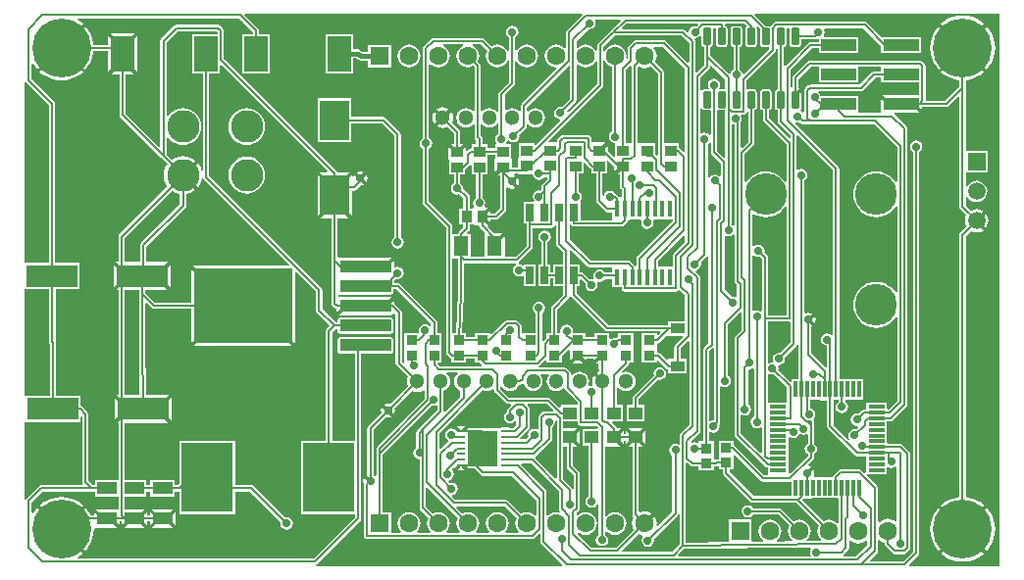
<source format=gtl>
G04*
G04 #@! TF.GenerationSoftware,Altium Limited,Altium Designer,20.0.13 (296)*
G04*
G04 Layer_Physical_Order=1*
G04 Layer_Color=255*
%FSLAX25Y25*%
%MOIN*%
G70*
G01*
G75*
%ADD21R,0.01181X0.05807*%
%ADD22R,0.05807X0.01181*%
%ADD23R,0.03543X0.03937*%
%ADD24R,0.05118X0.07087*%
%ADD25R,0.03740X0.03347*%
G04:AMPARAMS|DCode=26|XSize=253.94mil|YSize=334.65mil|CornerRadius=2.54mil|HoleSize=0mil|Usage=FLASHONLY|Rotation=270.000|XOffset=0mil|YOffset=0mil|HoleType=Round|Shape=RoundedRectangle|*
%AMROUNDEDRECTD26*
21,1,0.25394,0.32957,0,0,270.0*
21,1,0.24886,0.33465,0,0,270.0*
1,1,0.00508,-0.16478,-0.12443*
1,1,0.00508,-0.16478,0.12443*
1,1,0.00508,0.16478,0.12443*
1,1,0.00508,0.16478,-0.12443*
%
%ADD26ROUNDEDRECTD26*%
G04:AMPARAMS|DCode=27|XSize=41.34mil|YSize=175.2mil|CornerRadius=2.07mil|HoleSize=0mil|Usage=FLASHONLY|Rotation=270.000|XOffset=0mil|YOffset=0mil|HoleType=Round|Shape=RoundedRectangle|*
%AMROUNDEDRECTD27*
21,1,0.04134,0.17106,0,0,270.0*
21,1,0.03720,0.17520,0,0,270.0*
1,1,0.00413,-0.08553,-0.01860*
1,1,0.00413,-0.08553,0.01860*
1,1,0.00413,0.08553,0.01860*
1,1,0.00413,0.08553,-0.01860*
%
%ADD27ROUNDEDRECTD27*%
G04:AMPARAMS|DCode=28|XSize=9.84mil|YSize=23.62mil|CornerRadius=1.97mil|HoleSize=0mil|Usage=FLASHONLY|Rotation=90.000|XOffset=0mil|YOffset=0mil|HoleType=Round|Shape=RoundedRectangle|*
%AMROUNDEDRECTD28*
21,1,0.00984,0.01968,0,0,90.0*
21,1,0.00591,0.02362,0,0,90.0*
1,1,0.00394,0.00984,0.00295*
1,1,0.00394,0.00984,-0.00295*
1,1,0.00394,-0.00984,-0.00295*
1,1,0.00394,-0.00984,0.00295*
%
%ADD28ROUNDEDRECTD28*%
%ADD29R,0.04724X0.04331*%
%ADD30R,0.07874X0.12008*%
%ADD31R,0.17717X0.23622*%
%ADD32R,0.09843X0.13780*%
%ADD33R,0.17323X0.07480*%
%ADD34R,0.06693X0.04331*%
%ADD35R,0.12205X0.03937*%
G04:AMPARAMS|DCode=36|XSize=23.62mil|YSize=57.09mil|CornerRadius=2.01mil|HoleSize=0mil|Usage=FLASHONLY|Rotation=180.000|XOffset=0mil|YOffset=0mil|HoleType=Round|Shape=RoundedRectangle|*
%AMROUNDEDRECTD36*
21,1,0.02362,0.05307,0,0,180.0*
21,1,0.01961,0.05709,0,0,180.0*
1,1,0.00402,-0.00980,0.02653*
1,1,0.00402,0.00980,0.02653*
1,1,0.00402,0.00980,-0.02653*
1,1,0.00402,-0.00980,-0.02653*
%
%ADD36ROUNDEDRECTD36*%
%ADD37R,0.03937X0.03543*%
%ADD38R,0.02559X0.06004*%
%ADD39R,0.04799X0.03598*%
%ADD40R,0.01772X0.05807*%
G04:AMPARAMS|DCode=71|XSize=118.11mil|YSize=102.36mil|CornerRadius=2.05mil|HoleSize=0mil|Usage=FLASHONLY|Rotation=90.000|XOffset=0mil|YOffset=0mil|HoleType=Round|Shape=RoundedRectangle|*
%AMROUNDEDRECTD71*
21,1,0.11811,0.09827,0,0,90.0*
21,1,0.11402,0.10236,0,0,90.0*
1,1,0.00409,0.04913,0.05701*
1,1,0.00409,0.04913,-0.05701*
1,1,0.00409,-0.04913,-0.05701*
1,1,0.00409,-0.04913,0.05701*
%
%ADD71ROUNDEDRECTD71*%
%ADD72C,0.00700*%
%ADD73C,0.01500*%
%ADD74C,0.05118*%
%ADD75C,0.06299*%
%ADD76R,0.06299X0.06299*%
%ADD77C,0.14173*%
%ADD78C,0.20000*%
%ADD79C,0.11024*%
%ADD80R,0.05906X0.05906*%
%ADD81C,0.05906*%
%ADD82C,0.02756*%
G36*
X241953Y197267D02*
X241504Y196818D01*
X241000Y196919D01*
X240189Y196757D01*
X239502Y196298D01*
X239043Y195611D01*
X238888Y194833D01*
X238756Y194748D01*
X238411Y194603D01*
X237557Y195457D01*
X237210Y195689D01*
X236800Y195771D01*
X216438D01*
X216247Y196232D01*
X217743Y197729D01*
X241762D01*
X241953Y197267D01*
D02*
G37*
G36*
X215682Y198696D02*
X212443Y195457D01*
X207943Y190957D01*
X207711Y190610D01*
X207629Y190200D01*
Y188591D01*
X207129Y188491D01*
X207103Y188556D01*
X206486Y189360D01*
X205682Y189977D01*
X204745Y190365D01*
X203740Y190497D01*
X202735Y190365D01*
X201799Y189977D01*
X201111Y189449D01*
X200611Y189620D01*
Y191797D01*
X204596Y195782D01*
X205100Y195681D01*
X205911Y195843D01*
X206598Y196302D01*
X207057Y196989D01*
X207219Y197800D01*
X207057Y198611D01*
X206987Y198716D01*
X207223Y199157D01*
X215490D01*
X215682Y198696D01*
D02*
G37*
G36*
X344446Y13035D02*
X313802D01*
X313611Y13496D01*
X316857Y16743D01*
X316857Y16743D01*
X317089Y17090D01*
X317171Y17500D01*
Y154016D01*
X317598Y154302D01*
X318057Y154989D01*
X318219Y155800D01*
X318057Y156611D01*
X317598Y157298D01*
X316911Y157757D01*
X316100Y157919D01*
X315289Y157757D01*
X314602Y157298D01*
X314143Y156611D01*
X313981Y155800D01*
X314143Y154989D01*
X314602Y154302D01*
X315029Y154016D01*
Y17943D01*
X311657Y14571D01*
X300553D01*
X300362Y15033D01*
X302785Y17455D01*
X303017Y17803D01*
X303099Y18212D01*
Y21705D01*
X303599Y21917D01*
X304305Y21375D01*
X305314Y20957D01*
X305327Y20956D01*
Y20602D01*
X305409Y20193D01*
X305641Y19845D01*
X308043Y17443D01*
X308043Y17443D01*
X308390Y17211D01*
X308800Y17129D01*
X308800Y17129D01*
X312000D01*
X312410Y17211D01*
X312757Y17443D01*
X313857Y18543D01*
X313857Y18543D01*
X314089Y18890D01*
X314171Y19300D01*
Y51200D01*
X314171Y51200D01*
X314089Y51610D01*
X313857Y51957D01*
X313857Y51957D01*
X311514Y54300D01*
X311167Y54532D01*
X310757Y54614D01*
X306514D01*
Y55134D01*
X306214D01*
Y58158D01*
Y62315D01*
X307500D01*
X307910Y62397D01*
X308257Y62629D01*
X312857Y67229D01*
X313089Y67576D01*
X313171Y67986D01*
Y161897D01*
X313171Y161897D01*
X313089Y162307D01*
X312857Y162654D01*
X308665Y166847D01*
X308704Y167084D01*
X308845Y167347D01*
X317277D01*
X314733Y169891D01*
X315581Y170739D01*
X318126Y168195D01*
Y169244D01*
X326400D01*
X326810Y169326D01*
X327157Y169558D01*
X330357Y172758D01*
X330819Y172567D01*
Y135276D01*
X330901Y134866D01*
X331133Y134519D01*
X333145Y132506D01*
X332763Y131583D01*
X332627Y130551D01*
X332763Y129519D01*
X333145Y128596D01*
X331133Y126584D01*
X330901Y126236D01*
X330819Y125827D01*
Y36540D01*
X330164Y36489D01*
X328480Y36085D01*
X326881Y35422D01*
X325404Y34517D01*
X324545Y33784D01*
X331890Y26439D01*
X339234Y33784D01*
X338375Y34517D01*
X336899Y35422D01*
X335299Y36085D01*
X333616Y36489D01*
X332960Y36540D01*
Y125383D01*
X334660Y127082D01*
X335582Y126700D01*
X336614Y126564D01*
X337646Y126700D01*
X338608Y127099D01*
X338953Y127364D01*
X336190Y130127D01*
X336614Y130551D01*
X336190Y130975D01*
X338953Y133739D01*
X338608Y134004D01*
X337646Y134402D01*
X336614Y134538D01*
X335582Y134402D01*
X334660Y134020D01*
X332960Y135719D01*
Y138521D01*
X333299Y138658D01*
X333460Y138661D01*
X334009Y137946D01*
X334772Y137361D01*
X335661Y136993D01*
X336614Y136867D01*
X337568Y136993D01*
X338456Y137361D01*
X339219Y137946D01*
X339805Y138709D01*
X340173Y139598D01*
X340299Y140551D01*
X340173Y141505D01*
X339805Y142393D01*
X339219Y143156D01*
X338456Y143742D01*
X337568Y144110D01*
X336614Y144236D01*
X335661Y144110D01*
X334772Y143742D01*
X334009Y143156D01*
X333460Y142441D01*
X333299Y142444D01*
X332960Y142582D01*
Y146399D01*
X332962Y146898D01*
X333460Y146898D01*
X340267D01*
Y154204D01*
X332962Y154204D01*
X332960Y154703D01*
Y175805D01*
Y178420D01*
X333616Y178472D01*
X335299Y178876D01*
X336899Y179539D01*
X338375Y180443D01*
X339234Y181177D01*
X331890Y188522D01*
X324545Y181177D01*
X325404Y180443D01*
X326881Y179539D01*
X328480Y178876D01*
X330164Y178472D01*
X330819Y178420D01*
Y176248D01*
X325957Y171386D01*
X319271D01*
Y183200D01*
X319189Y183610D01*
X318957Y183957D01*
X318157Y184757D01*
X317810Y184989D01*
X317400Y185071D01*
X279839D01*
X279839Y185071D01*
X279430Y184989D01*
X279082Y184757D01*
X279082Y184757D01*
X274282Y179957D01*
X274050Y179610D01*
X273969Y179200D01*
Y176135D01*
X273871Y176084D01*
X273371Y176388D01*
Y181957D01*
X280658Y189244D01*
X282961D01*
Y187646D01*
X296566D01*
Y192983D01*
X284920D01*
X284653Y193483D01*
X284857Y193789D01*
X285019Y194600D01*
X284857Y195411D01*
X284711Y195629D01*
X284979Y196129D01*
X298171D01*
X304221Y190080D01*
Y187646D01*
X317826D01*
Y192983D01*
X304345D01*
X299372Y197957D01*
X299025Y198189D01*
X298615Y198271D01*
X268500D01*
X268500Y198271D01*
X268090Y198189D01*
X267743Y197957D01*
X267743Y197957D01*
X266543Y196757D01*
X266469Y196646D01*
X266371Y196711D01*
X266020Y196781D01*
X265033D01*
X261175Y200639D01*
X261382Y201139D01*
X344446D01*
Y13035D01*
D02*
G37*
G36*
X238929Y191057D02*
Y184538D01*
X238468Y184346D01*
X231157Y191657D01*
X230810Y191889D01*
X230400Y191971D01*
X220800D01*
X220390Y191889D01*
X220043Y191657D01*
X218443Y190057D01*
X218211Y189710D01*
X218129Y189300D01*
Y185781D01*
X218008Y185712D01*
X217545Y186023D01*
X217623Y186614D01*
X217491Y187619D01*
X217103Y188556D01*
X216486Y189360D01*
X215682Y189977D01*
X214745Y190365D01*
X213740Y190497D01*
X212735Y190365D01*
X211799Y189977D01*
X210995Y189360D01*
X210378Y188556D01*
X210271Y188297D01*
X209771Y188397D01*
Y189757D01*
X213643Y193629D01*
X236357D01*
X238929Y191057D01*
D02*
G37*
G36*
X273141Y195862D02*
Y190555D01*
X273211Y190204D01*
X273410Y189906D01*
X273708Y189707D01*
X274059Y189637D01*
X276020D01*
X276371Y189707D01*
X276669Y189906D01*
X276868Y190204D01*
X276938Y190555D01*
Y192229D01*
X281800D01*
X282210Y192311D01*
X282461Y192479D01*
X282914Y192332D01*
X282961Y192304D01*
Y191386D01*
X280215D01*
X279805Y191304D01*
X279458Y191072D01*
X271610Y183224D01*
X271340Y183275D01*
X271110Y183409D01*
Y189655D01*
X271371Y189707D01*
X271669Y189906D01*
X271868Y190204D01*
X271938Y190555D01*
Y195862D01*
X272158Y196129D01*
X272921D01*
X273141Y195862D01*
D02*
G37*
G36*
X207629Y184638D02*
Y177240D01*
X197924Y167534D01*
X197376Y167694D01*
X197317Y167962D01*
X200298Y170943D01*
X200530Y171290D01*
X200611Y171700D01*
X200611Y171700D01*
Y183609D01*
X201111Y183779D01*
X201799Y183252D01*
X202735Y182864D01*
X203740Y182731D01*
X204745Y182864D01*
X205682Y183252D01*
X206486Y183869D01*
X207103Y184673D01*
X207129Y184737D01*
X207629Y184638D01*
D02*
G37*
G36*
X162167Y190129D02*
X161799Y189977D01*
X160995Y189360D01*
X160378Y188556D01*
X159990Y187619D01*
X159857Y186614D01*
X159990Y185609D01*
X160378Y184673D01*
X160995Y183869D01*
X161799Y183252D01*
X162735Y182864D01*
X163740Y182731D01*
X164745Y182864D01*
X165548Y183196D01*
X165929Y182885D01*
Y168081D01*
X165456Y167921D01*
X165415Y167974D01*
X164734Y168496D01*
X163941Y168825D01*
X163091Y168937D01*
X162240Y168825D01*
X161447Y168496D01*
X160766Y167974D01*
X160244Y167293D01*
X159915Y166500D01*
X159803Y165650D01*
X159915Y164799D01*
X160244Y164006D01*
X160766Y163325D01*
X161447Y162803D01*
X162240Y162474D01*
X163091Y162362D01*
X163941Y162474D01*
X164734Y162803D01*
X165415Y163325D01*
X165456Y163379D01*
X165929Y163218D01*
Y159134D01*
X166011Y158724D01*
X166243Y158377D01*
X166563Y158056D01*
Y156574D01*
X164965D01*
Y155173D01*
X164800D01*
X164390Y155092D01*
X164043Y154859D01*
X164043Y154859D01*
X163508Y154324D01*
X163008Y154531D01*
Y155959D01*
X160661Y153611D01*
X160039Y154232D01*
X159418Y153611D01*
X157071Y155959D01*
Y151264D01*
X157371Y151192D01*
Y146249D01*
X158969D01*
Y143384D01*
X158541Y143098D01*
X158082Y142411D01*
X157921Y141600D01*
X158082Y140789D01*
X158541Y140102D01*
X159229Y139643D01*
X160039Y139481D01*
X160665Y139606D01*
X162217Y138221D01*
Y134755D01*
X160816D01*
Y129418D01*
X162217D01*
Y128314D01*
X160660Y126757D01*
X160428Y126410D01*
X160365Y126094D01*
X158571D01*
Y128700D01*
X158489Y129110D01*
X158257Y129457D01*
X150571Y137144D01*
Y155106D01*
X150998Y155392D01*
X151457Y156079D01*
X151619Y156890D01*
X151457Y157701D01*
X150998Y158388D01*
X150571Y158674D01*
Y183679D01*
X151071Y183810D01*
X151799Y183252D01*
X152735Y182864D01*
X153740Y182731D01*
X154745Y182864D01*
X155682Y183252D01*
X156486Y183869D01*
X157103Y184673D01*
X157491Y185609D01*
X157623Y186614D01*
X157491Y187619D01*
X157103Y188556D01*
X156486Y189360D01*
X155682Y189977D01*
X155313Y190129D01*
X155413Y190629D01*
X162068D01*
X162167Y190129D01*
D02*
G37*
G36*
X228329Y180511D02*
Y152838D01*
X227868Y152647D01*
X227275Y153239D01*
Y156901D01*
X221938D01*
Y156901D01*
X221471Y156980D01*
Y182522D01*
X221958Y182861D01*
X222657Y182571D01*
X223740Y182429D01*
X224823Y182571D01*
X225833Y182990D01*
X225843Y182997D01*
X228329Y180511D01*
D02*
G37*
G36*
X243141Y193363D02*
Y190555D01*
X243211Y190204D01*
X243410Y189906D01*
X243708Y189707D01*
X243969Y189655D01*
Y186461D01*
Y183561D01*
X241532Y181125D01*
X241071Y181316D01*
Y191500D01*
X240989Y191910D01*
X240786Y192214D01*
X240840Y192390D01*
X241033Y192688D01*
X241811Y192843D01*
X242498Y193302D01*
X242641Y193515D01*
X243141Y193363D01*
D02*
G37*
G36*
X202597Y200639D02*
X197384Y195426D01*
X197152Y195078D01*
X197070Y194669D01*
Y189376D01*
X196597Y189215D01*
X196486Y189360D01*
X195682Y189977D01*
X194745Y190365D01*
X193740Y190497D01*
X192735Y190365D01*
X191799Y189977D01*
X190995Y189360D01*
X190378Y188556D01*
X189990Y187619D01*
X189857Y186614D01*
X189990Y185609D01*
X190378Y184673D01*
X190995Y183869D01*
X191799Y183252D01*
X192735Y182864D01*
X193625Y182747D01*
X193875Y182289D01*
X181943Y170357D01*
X181711Y170010D01*
X181629Y169600D01*
Y168132D01*
X181363Y168042D01*
X181129Y168000D01*
X180482Y168496D01*
X179689Y168825D01*
X178839Y168937D01*
X177988Y168825D01*
X177195Y168496D01*
X176771Y168171D01*
X176271Y168417D01*
Y173257D01*
X179557Y176543D01*
X179789Y176890D01*
X179871Y177300D01*
Y184590D01*
X180371Y184690D01*
X180378Y184673D01*
X180995Y183869D01*
X181799Y183252D01*
X182735Y182864D01*
X183740Y182731D01*
X184745Y182864D01*
X185682Y183252D01*
X186486Y183869D01*
X187103Y184673D01*
X187491Y185609D01*
X187623Y186614D01*
X187491Y187619D01*
X187103Y188556D01*
X186486Y189360D01*
X185682Y189977D01*
X184745Y190365D01*
X183740Y190497D01*
X182735Y190365D01*
X181799Y189977D01*
X180995Y189360D01*
X180378Y188556D01*
X180371Y188539D01*
X179871Y188638D01*
Y193016D01*
X180298Y193302D01*
X180757Y193989D01*
X180919Y194800D01*
X180757Y195611D01*
X180298Y196298D01*
X179611Y196757D01*
X178800Y196919D01*
X177989Y196757D01*
X177302Y196298D01*
X176843Y195611D01*
X176681Y194800D01*
X176843Y193989D01*
X177302Y193302D01*
X177729Y193016D01*
Y188349D01*
X177229Y188250D01*
X177103Y188556D01*
X176486Y189360D01*
X175682Y189977D01*
X174745Y190365D01*
X173740Y190497D01*
X172735Y190365D01*
X171864Y190004D01*
X169411Y192457D01*
X169064Y192689D01*
X168654Y192771D01*
X152000D01*
X151590Y192689D01*
X151243Y192457D01*
X151243Y192457D01*
X148743Y189957D01*
X148511Y189610D01*
X148429Y189200D01*
Y158674D01*
X148002Y158388D01*
X147543Y157701D01*
X147381Y156890D01*
X147543Y156079D01*
X148002Y155392D01*
X148429Y155106D01*
Y136700D01*
X148511Y136290D01*
X148743Y135943D01*
X156429Y128256D01*
Y85600D01*
X156511Y85190D01*
X156743Y84843D01*
X157611Y83975D01*
X157958Y83743D01*
X158075Y83720D01*
Y82359D01*
X163216D01*
Y83662D01*
X166178D01*
Y82359D01*
X167815D01*
X167991Y82095D01*
X168515Y81571D01*
X168308Y81071D01*
X154307D01*
X153507Y81871D01*
X153714Y82371D01*
X154834D01*
Y87117D01*
X154834D01*
Y87489D01*
X154834D01*
Y92235D01*
X153334D01*
Y96021D01*
X153253Y96431D01*
X153021Y96778D01*
X153021Y96778D01*
X140774Y109025D01*
X140427Y109257D01*
X140017Y109338D01*
X138871D01*
Y110257D01*
X139396Y110782D01*
X139900Y110681D01*
X140711Y110843D01*
X141398Y111302D01*
X141857Y111989D01*
X142019Y112800D01*
X141857Y113611D01*
X141398Y114298D01*
X140711Y114757D01*
X139900Y114919D01*
X139220Y114784D01*
X138721Y115067D01*
Y116821D01*
X138657Y117139D01*
X136054Y114536D01*
X135206Y115385D01*
X137809Y117988D01*
X137490Y118051D01*
X120384D01*
X120075Y117990D01*
X119575Y118287D01*
Y131283D01*
X123577D01*
X118504Y136356D01*
X113431Y131283D01*
X117433D01*
Y116857D01*
Y102400D01*
X117515Y101990D01*
X117747Y101643D01*
X118572Y100818D01*
X118920Y100586D01*
X119153Y100539D01*
Y99715D01*
X119217Y99396D01*
X121820Y101999D01*
X122668Y101151D01*
X120065Y98548D01*
X120384Y98484D01*
X137490D01*
X137961Y98578D01*
X138360Y98845D01*
X138858Y98877D01*
X139229Y98533D01*
Y82141D01*
X139311Y81731D01*
X139543Y81384D01*
X143388Y77539D01*
X143088Y76815D01*
X142965Y75886D01*
X143088Y74957D01*
X143388Y74232D01*
X137374Y68218D01*
X136614Y68370D01*
X135686Y68185D01*
X135408Y67999D01*
X137039Y66369D01*
X138669Y64739D01*
X138854Y65017D01*
X139039Y65945D01*
X138888Y66704D01*
X144902Y72718D01*
X145626Y72418D01*
X146555Y72296D01*
X147484Y72418D01*
X148350Y72777D01*
X148629Y72992D01*
X149129Y72745D01*
Y69943D01*
X132983Y53797D01*
X132751Y53450D01*
X132670Y53040D01*
Y51440D01*
Y44014D01*
X132170Y43811D01*
X131671Y44145D01*
Y59487D01*
X135855Y63671D01*
X136614Y63520D01*
X137542Y63705D01*
X137820Y63891D01*
X136190Y65521D01*
X134560Y67151D01*
X134374Y66873D01*
X134190Y65945D01*
X134341Y65186D01*
X129843Y60688D01*
X129611Y60340D01*
X129529Y59931D01*
Y44145D01*
X129394Y44054D01*
X131024Y42424D01*
X130176Y41576D01*
X128546Y43206D01*
X128360Y42928D01*
X128175Y42000D01*
X128360Y41072D01*
X128440Y40953D01*
X128429Y40900D01*
Y23300D01*
X128511Y22890D01*
X128743Y22543D01*
X129090Y22311D01*
X129500Y22229D01*
X185700D01*
X186110Y22311D01*
X186457Y22543D01*
X187968Y24054D01*
X188429Y23862D01*
Y21337D01*
X188511Y20928D01*
X188743Y20580D01*
X195827Y13496D01*
X195636Y13035D01*
X112541D01*
X112241Y13498D01*
X112245Y13534D01*
X112557Y13743D01*
X127257Y28443D01*
X127489Y28790D01*
X127571Y29200D01*
Y85404D01*
X137490D01*
X137844Y85475D01*
X138144Y85675D01*
X138344Y85975D01*
X138415Y86329D01*
Y90049D01*
X138344Y90403D01*
X138144Y90703D01*
X137844Y90903D01*
X137490Y90974D01*
X120384D01*
X120030Y90903D01*
X119730Y90703D01*
X119530Y90403D01*
X119459Y90049D01*
Y86329D01*
X119530Y85975D01*
X119730Y85675D01*
X120030Y85475D01*
X120384Y85404D01*
X125429D01*
Y55818D01*
X117606D01*
Y92574D01*
X118843Y93811D01*
X119459D01*
Y93022D01*
X119530Y92668D01*
X119730Y92368D01*
X120030Y92168D01*
X120384Y92097D01*
X137490D01*
X137844Y92168D01*
X138144Y92368D01*
X138344Y92668D01*
X138415Y93022D01*
Y96742D01*
X138344Y97096D01*
X138144Y97396D01*
X137844Y97596D01*
X137490Y97667D01*
X120384D01*
X120030Y97596D01*
X119730Y97396D01*
X119530Y97096D01*
X119459Y96742D01*
Y95952D01*
X118843D01*
X114271Y100525D01*
Y107000D01*
X114271Y107000D01*
X114189Y107410D01*
X113957Y107757D01*
X113957Y107757D01*
X75874Y145840D01*
Y180698D01*
X79440D01*
Y183496D01*
X79902Y183688D01*
X116065Y147525D01*
X115874Y147063D01*
X113431D01*
X118504Y141990D01*
X123577Y147063D01*
X119457D01*
X119261Y147357D01*
X80871Y185748D01*
Y195200D01*
X80789Y195610D01*
X80557Y195957D01*
X79657Y196857D01*
X79310Y197089D01*
X78900Y197171D01*
X64600D01*
X64190Y197089D01*
X63843Y196857D01*
X59543Y192557D01*
X59311Y192210D01*
X59229Y191800D01*
Y155930D01*
X58767Y155739D01*
X47527Y166979D01*
Y180398D01*
X50545D01*
X46457Y184486D01*
X42368Y180398D01*
X45386D01*
Y166535D01*
X45468Y166126D01*
X45700Y165778D01*
X59543Y151935D01*
X61620Y149858D01*
X61489Y149698D01*
X60884Y148567D01*
X60512Y147339D01*
X60386Y146063D01*
X60512Y144787D01*
X60884Y143559D01*
X61489Y142428D01*
X61620Y142268D01*
X45243Y125891D01*
X45011Y125543D01*
X44929Y125134D01*
Y116551D01*
X44238D01*
X48554Y112235D01*
X48130Y111811D01*
X48554Y111387D01*
X44238Y107071D01*
X44929D01*
Y71276D01*
X44534D01*
X48849Y66960D01*
X48425Y66535D01*
X48849Y66111D01*
X44534Y61795D01*
X44929D01*
Y42395D01*
X36920D01*
Y40600D01*
X36314D01*
X34871Y42044D01*
Y64735D01*
X34789Y65145D01*
X34557Y65492D01*
X34557Y65492D01*
X32757Y67292D01*
X32410Y67524D01*
X32196Y67567D01*
Y70976D01*
X23905D01*
Y89000D01*
X23905Y89000D01*
X23824Y89410D01*
X23610Y89729D01*
Y107371D01*
X31901D01*
Y116251D01*
X23571D01*
Y170300D01*
X23489Y170710D01*
X23257Y171057D01*
X15571Y178744D01*
Y183712D01*
X16071Y183853D01*
X16664Y182884D01*
X17398Y182025D01*
X25166Y189794D01*
X32935Y197563D01*
X32076Y198297D01*
X31044Y198929D01*
X31185Y199429D01*
X85989D01*
X90662Y194756D01*
Y194106D01*
X87095D01*
Y180698D01*
X96369D01*
Y194106D01*
X92803D01*
Y195200D01*
X92721Y195610D01*
X92489Y195957D01*
X87770Y200677D01*
X87961Y201139D01*
X202390D01*
X202597Y200639D01*
D02*
G37*
G36*
X258446Y196879D02*
X258410Y196512D01*
X258211Y196214D01*
X258141Y195862D01*
Y190555D01*
X258211Y190204D01*
X258410Y189906D01*
X258708Y189707D01*
X259059Y189637D01*
X261020D01*
X261371Y189707D01*
X261669Y189906D01*
X261868Y190204D01*
X261938Y190555D01*
Y195862D01*
X261868Y196214D01*
X262263Y196523D01*
X263141Y195645D01*
Y190555D01*
X263211Y190204D01*
X263410Y189906D01*
X263708Y189707D01*
X264059Y189637D01*
X266020D01*
X266165Y189517D01*
X266182Y188996D01*
X257638Y180452D01*
X257095Y180616D01*
X256997Y181111D01*
X256538Y181798D01*
X256110Y182084D01*
Y189655D01*
X256371Y189707D01*
X256669Y189906D01*
X256868Y190204D01*
X256938Y190555D01*
Y195862D01*
X256868Y196214D01*
X256669Y196512D01*
X256371Y196711D01*
X256020Y196781D01*
X254059D01*
X253708Y196711D01*
X253410Y196512D01*
X253211Y196214D01*
X253141Y195862D01*
Y190555D01*
X253211Y190204D01*
X253410Y189906D01*
X253708Y189707D01*
X253969Y189655D01*
Y182084D01*
X253541Y181798D01*
X253082Y181111D01*
X253004Y180717D01*
X252461Y180553D01*
X246110Y186904D01*
Y189655D01*
X246371Y189707D01*
X246669Y189906D01*
X246868Y190204D01*
X246938Y190555D01*
Y195862D01*
X247158Y196129D01*
X247921D01*
X248141Y195862D01*
Y190555D01*
X248211Y190204D01*
X248410Y189906D01*
X248708Y189707D01*
X249059Y189637D01*
X251020D01*
X251371Y189707D01*
X251669Y189906D01*
X251868Y190204D01*
X251938Y190555D01*
Y195862D01*
X251868Y196214D01*
X251669Y196512D01*
X251371Y196711D01*
X251186Y196747D01*
X251107Y197233D01*
X251504Y197729D01*
X257596D01*
X258446Y196879D01*
D02*
G37*
G36*
X304221Y181386D02*
X301815D01*
X301405Y181304D01*
X301058Y181072D01*
X301058Y181072D01*
X296857Y176871D01*
X280000D01*
X279590Y176789D01*
X279243Y176557D01*
X278343Y175657D01*
X278111Y175310D01*
X278029Y174900D01*
Y167553D01*
X277529Y167402D01*
X277398Y167598D01*
X277117Y167786D01*
X276885Y168233D01*
X277151Y168630D01*
X277244Y169098D01*
Y174405D01*
X277182Y174719D01*
X275464Y173001D01*
X274615Y173849D01*
X276333Y175567D01*
X276110Y175612D01*
Y178756D01*
X280283Y182929D01*
X282961D01*
Y177647D01*
X296566D01*
Y182929D01*
X304221D01*
Y181386D01*
D02*
G37*
G36*
X251201Y178785D02*
Y175473D01*
X251020Y175324D01*
X249514D01*
X249247Y175824D01*
X249357Y175989D01*
X249519Y176800D01*
X249357Y177611D01*
X248898Y178298D01*
X248211Y178757D01*
X247400Y178919D01*
X246589Y178757D01*
X245902Y178298D01*
X245443Y177611D01*
X245281Y176800D01*
X245443Y175989D01*
X245593Y175765D01*
X245357Y175324D01*
X244059D01*
X243708Y175254D01*
X243410Y175055D01*
X243271Y174847D01*
X242836Y174904D01*
X242771Y174930D01*
Y179335D01*
X245796Y182361D01*
X245796Y182361D01*
X246028Y182708D01*
X246110Y183118D01*
Y183223D01*
X246572Y183414D01*
X251201Y178785D01*
D02*
G37*
G36*
X304221Y177647D02*
X317129D01*
Y173284D01*
X304770D01*
X307314Y170739D01*
X306465Y169891D01*
X303921Y172435D01*
Y167347D01*
X303474Y167218D01*
X296739D01*
X296566Y167647D01*
X296566D01*
Y172984D01*
X283642D01*
X283557Y173411D01*
X283098Y174098D01*
X282902Y174229D01*
X283053Y174729D01*
X297300D01*
X297710Y174811D01*
X298057Y175043D01*
X302258Y179244D01*
X304221D01*
Y177647D01*
D02*
G37*
G36*
X198470Y183203D02*
Y172143D01*
X195604Y169278D01*
X195100Y169378D01*
X194289Y169217D01*
X193602Y168757D01*
X193143Y168070D01*
X192981Y167259D01*
X193143Y166449D01*
X193602Y165761D01*
X194289Y165302D01*
X194869Y165187D01*
X195050Y164660D01*
X186804Y156414D01*
X186342Y156605D01*
Y156968D01*
X181005D01*
Y152025D01*
X180705Y151953D01*
Y148795D01*
X178705D01*
Y151559D01*
X178405Y151631D01*
Y156574D01*
X177057D01*
X176821Y157074D01*
X177157Y157577D01*
X177189Y157738D01*
X177680Y157835D01*
X177702Y157802D01*
X178389Y157343D01*
X179200Y157181D01*
X180011Y157343D01*
X180698Y157802D01*
X181157Y158489D01*
X181319Y159300D01*
X181218Y159804D01*
X183457Y162043D01*
X183689Y162390D01*
X183771Y162800D01*
X183771Y162800D01*
Y163309D01*
X184271Y163479D01*
X184388Y163325D01*
X185069Y162803D01*
X185862Y162474D01*
X186713Y162362D01*
X187563Y162474D01*
X188356Y162803D01*
X189037Y163325D01*
X189559Y164006D01*
X189888Y164799D01*
X190000Y165650D01*
X189888Y166500D01*
X189559Y167293D01*
X189037Y167974D01*
X188356Y168496D01*
X187563Y168825D01*
X186713Y168937D01*
X185862Y168825D01*
X185069Y168496D01*
X184388Y167974D01*
X184271Y167821D01*
X183771Y167990D01*
Y169157D01*
X198008Y183394D01*
X198470Y183203D01*
D02*
G37*
G36*
X170350Y188490D02*
X169990Y187619D01*
X169857Y186614D01*
X169990Y185609D01*
X170378Y184673D01*
X170995Y183869D01*
X171799Y183252D01*
X172735Y182864D01*
X173740Y182731D01*
X174745Y182864D01*
X175682Y183252D01*
X176486Y183869D01*
X177103Y184673D01*
X177229Y184978D01*
X177729Y184879D01*
Y177743D01*
X174443Y174457D01*
X174211Y174110D01*
X174129Y173700D01*
Y167700D01*
X173629Y167530D01*
X173289Y167974D01*
X172608Y168496D01*
X171815Y168825D01*
X170965Y168937D01*
X170114Y168825D01*
X169321Y168496D01*
X168640Y167974D01*
X168571Y167883D01*
X168071Y168053D01*
Y183354D01*
X167989Y183764D01*
X167757Y184111D01*
X167757Y184111D01*
X167130Y184738D01*
X167491Y185609D01*
X167623Y186614D01*
X167491Y187619D01*
X167103Y188556D01*
X166486Y189360D01*
X165682Y189977D01*
X165313Y190129D01*
X165413Y190629D01*
X168211D01*
X170350Y188490D01*
D02*
G37*
G36*
X174129Y163599D02*
Y160172D01*
X173702Y159886D01*
X173243Y159199D01*
X173081Y158388D01*
X173243Y157577D01*
X173579Y157074D01*
X173343Y156574D01*
X173068D01*
Y155173D01*
X170302D01*
Y156574D01*
X168704D01*
Y158500D01*
X168623Y158910D01*
X168391Y159257D01*
X168071Y159577D01*
Y163246D01*
X168571Y163416D01*
X168640Y163325D01*
X169321Y162803D01*
X170114Y162474D01*
X170965Y162362D01*
X171815Y162474D01*
X172608Y162803D01*
X173289Y163325D01*
X173629Y163769D01*
X174129Y163599D01*
D02*
G37*
G36*
X243410Y168449D02*
X243708Y168250D01*
X244059Y168180D01*
X246020D01*
X246329Y167926D01*
Y159853D01*
X245829Y159702D01*
X245698Y159898D01*
X245011Y160357D01*
X244200Y160519D01*
X243389Y160357D01*
X243212Y160239D01*
X242771Y160474D01*
Y168574D01*
X242836Y168600D01*
X243271Y168657D01*
X243410Y168449D01*
D02*
G37*
G36*
X268969Y189151D02*
Y175306D01*
X268708Y175254D01*
X268410Y175055D01*
X268211Y174757D01*
X268141Y174405D01*
Y169098D01*
X268211Y168747D01*
X268410Y168449D01*
X268708Y168250D01*
X268969Y168198D01*
Y164412D01*
X269050Y164003D01*
X269282Y163655D01*
X273429Y159508D01*
Y158938D01*
X272968Y158747D01*
X266110Y165604D01*
Y168198D01*
X266371Y168250D01*
X266669Y168449D01*
X266868Y168747D01*
X266938Y169098D01*
Y174405D01*
X266868Y174757D01*
X266669Y175055D01*
X266371Y175254D01*
X266020Y175324D01*
X264059D01*
X263708Y175254D01*
X263410Y175055D01*
X263211Y174757D01*
X263141Y174405D01*
Y169098D01*
X263211Y168747D01*
X263410Y168449D01*
X263708Y168250D01*
X263969Y168198D01*
Y165161D01*
X264050Y164751D01*
X264282Y164404D01*
X272029Y156657D01*
Y143889D01*
X271544Y143767D01*
X271466Y143914D01*
X270493Y145099D01*
X269307Y146072D01*
X267955Y146795D01*
X266487Y147241D01*
X264961Y147391D01*
X263434Y147241D01*
X261966Y146795D01*
X260614Y146072D01*
X259428Y145099D01*
X258455Y143914D01*
X258356Y143728D01*
X257871Y143849D01*
Y153252D01*
X260796Y156177D01*
X260796Y156177D01*
X261029Y156525D01*
X261110Y156934D01*
Y168198D01*
X261371Y168250D01*
X261669Y168449D01*
X261868Y168747D01*
X261938Y169098D01*
Y174405D01*
X261868Y174757D01*
X261669Y175055D01*
X261371Y175254D01*
X261020Y175324D01*
X259059D01*
X258871Y175286D01*
X258459Y175532D01*
X258371Y175630D01*
Y178156D01*
X268057Y187843D01*
X268057Y187843D01*
X268289Y188190D01*
X268371Y188600D01*
X268371Y188600D01*
Y188916D01*
X268871Y189206D01*
X268969Y189151D01*
D02*
G37*
G36*
X219329Y183004D02*
Y157336D01*
X219173Y156901D01*
X217575D01*
Y181957D01*
X218829Y183211D01*
X219329Y183004D01*
D02*
G37*
G36*
X78729Y194756D02*
Y194106D01*
X70166D01*
Y180698D01*
X73733D01*
Y147790D01*
X73233Y147716D01*
X72974Y148567D01*
X72370Y149698D01*
X71939Y150224D01*
X67778Y146063D01*
X71939Y141902D01*
X72370Y142428D01*
X72974Y143559D01*
X73347Y144787D01*
X73353Y144846D01*
X73566Y144911D01*
X73862Y144916D01*
X74046Y144640D01*
X102928Y115758D01*
X102736Y115296D01*
X70923D01*
X70565Y115225D01*
X83790Y101999D01*
X83366Y101575D01*
X83790Y101151D01*
X70565Y87925D01*
X70923Y87853D01*
X103880D01*
X104239Y87925D01*
X91013Y101151D01*
X91861Y101999D01*
X105087Y88773D01*
X105158Y89132D01*
Y112874D01*
X105620Y113066D01*
X112129Y106557D01*
Y100082D01*
X112211Y99672D01*
X112443Y99325D01*
X116886Y94882D01*
X115778Y93774D01*
X115546Y93427D01*
X115465Y93017D01*
Y55818D01*
X106977D01*
Y30796D01*
X125429D01*
Y29643D01*
X111356Y15571D01*
X31249D01*
X31108Y16071D01*
X32076Y16664D01*
X32935Y17398D01*
X25166Y25166D01*
X17398Y32935D01*
X16664Y32076D01*
X16071Y31108D01*
X15571Y31249D01*
Y34756D01*
X19273Y38459D01*
X36920D01*
Y36664D01*
X44929D01*
Y32458D01*
X37469D01*
X40210Y29717D01*
X39362Y28869D01*
X36621Y31610D01*
Y30364D01*
X35520D01*
X35422Y30600D01*
X34517Y32076D01*
X33784Y32935D01*
X26439Y25591D01*
X33784Y18246D01*
X34517Y19105D01*
X35422Y20581D01*
X36085Y22181D01*
X36489Y23865D01*
X36625Y25591D01*
X36622Y25628D01*
X37084Y26128D01*
X44465D01*
X41724Y28869D01*
X42572Y29717D01*
X45314Y26976D01*
Y28222D01*
X46113D01*
Y26976D01*
X48854Y29717D01*
X49703Y28869D01*
X46962Y26128D01*
X53958D01*
X51217Y28869D01*
X51641Y29293D01*
X51217Y29717D01*
X53958Y32458D01*
X47071D01*
Y36664D01*
X54506D01*
Y38459D01*
X55906D01*
Y36664D01*
X63999D01*
Y38459D01*
X65639D01*
Y30796D01*
X84755D01*
Y38459D01*
X89727D01*
X100123Y28063D01*
X100022Y27559D01*
X100184Y26748D01*
X100643Y26061D01*
X101330Y25602D01*
X102141Y25440D01*
X102952Y25602D01*
X103639Y26061D01*
X104098Y26748D01*
X104260Y27559D01*
X104098Y28370D01*
X103639Y29057D01*
X102952Y29516D01*
X102141Y29678D01*
X101637Y29577D01*
X90928Y40286D01*
X90580Y40518D01*
X90171Y40600D01*
X84755D01*
Y55818D01*
X65639D01*
Y41082D01*
X65157Y40600D01*
X63999D01*
Y42395D01*
X55906D01*
Y40600D01*
X54506D01*
Y42395D01*
X47071D01*
Y61795D01*
X62159D01*
X57843Y66111D01*
X58268Y66535D01*
X57843Y66960D01*
X62159Y71276D01*
X54356D01*
X54122Y89302D01*
Y102333D01*
X54584Y102523D01*
X56263Y100823D01*
X56266Y100821D01*
X56268Y100818D01*
X56440Y100703D01*
X56609Y100588D01*
X56613Y100588D01*
X56616Y100586D01*
X56817Y100546D01*
X57018Y100504D01*
X57022Y100505D01*
X57025Y100504D01*
X69645D01*
Y89132D01*
X69716Y88773D01*
X82518Y101575D01*
X69716Y114376D01*
X69645Y114018D01*
Y102645D01*
X57473D01*
X54122Y106039D01*
Y107071D01*
X61864D01*
X57548Y111387D01*
X57973Y111811D01*
X57548Y112235D01*
X61864Y116551D01*
X54471D01*
Y121805D01*
X67686Y135021D01*
X67918Y135368D01*
X68000Y135778D01*
X68000Y135778D01*
Y139625D01*
X68206Y139645D01*
X69433Y140018D01*
X70565Y140622D01*
X71090Y141054D01*
X66505Y145639D01*
X66929Y146063D01*
X66505Y146487D01*
X71090Y151072D01*
X70565Y151504D01*
X69433Y152108D01*
X68206Y152481D01*
X66929Y152606D01*
X65653Y152481D01*
X64425Y152108D01*
X63294Y151504D01*
X63134Y151372D01*
X61371Y153136D01*
Y158792D01*
X61871Y158971D01*
X62515Y158185D01*
X63461Y157408D01*
X64540Y156832D01*
X65711Y156476D01*
X66929Y156357D01*
X68147Y156476D01*
X69318Y156832D01*
X70397Y157408D01*
X71343Y158185D01*
X72119Y159131D01*
X72696Y160210D01*
X73051Y161381D01*
X73171Y162598D01*
X73051Y163816D01*
X72696Y164987D01*
X72119Y166066D01*
X71343Y167012D01*
X70397Y167788D01*
X69318Y168365D01*
X68147Y168720D01*
X66929Y168840D01*
X65711Y168720D01*
X64540Y168365D01*
X63461Y167788D01*
X62515Y167012D01*
X61871Y166226D01*
X61371Y166405D01*
Y191357D01*
X65043Y195029D01*
X78457D01*
X78729Y194756D01*
D02*
G37*
G36*
X258969Y167694D02*
Y157378D01*
X256932Y155341D01*
X256471Y155533D01*
Y164210D01*
X256657Y164489D01*
X256819Y165300D01*
X256657Y166111D01*
X256577Y166231D01*
X256813Y166672D01*
X257300D01*
X257710Y166753D01*
X258057Y166986D01*
X258289Y167333D01*
X258320Y167488D01*
X258799Y167749D01*
X258871Y167750D01*
X258969Y167694D01*
D02*
G37*
G36*
X237529Y182256D02*
Y154038D01*
X237068Y153847D01*
X235728Y155186D01*
X235381Y155418D01*
X235377Y155419D01*
Y156901D01*
X230471D01*
Y180954D01*
X230471Y180954D01*
X230389Y181364D01*
X230157Y181711D01*
X230157Y181711D01*
X227357Y184511D01*
X227365Y184521D01*
X227783Y185531D01*
X227926Y186614D01*
X227783Y187698D01*
X227365Y188707D01*
X226887Y189329D01*
X227134Y189829D01*
X229957D01*
X237529Y182256D01*
D02*
G37*
G36*
X210378Y184673D02*
X210995Y183869D01*
X211799Y183252D01*
X212670Y182891D01*
Y160944D01*
X212242Y160658D01*
X211783Y159971D01*
X211621Y159160D01*
X211783Y158349D01*
X212242Y157662D01*
X212929Y157202D01*
X213420Y157105D01*
X213760Y156938D01*
X213836Y156551D01*
Y152515D01*
X213335Y152308D01*
X211370Y154273D01*
Y156352D01*
X209023Y154005D01*
X208174Y154853D01*
X210522Y157201D01*
X205788D01*
Y158651D01*
X205707Y159061D01*
X205475Y159408D01*
X205128Y159640D01*
X204718Y159722D01*
X196000D01*
X195590Y159640D01*
X195243Y159408D01*
X194390Y158555D01*
X194158Y158207D01*
X194076Y157798D01*
Y157268D01*
X191339D01*
X191148Y157730D01*
X209457Y176039D01*
X209689Y176386D01*
X209771Y176796D01*
Y184832D01*
X210271Y184931D01*
X210378Y184673D01*
D02*
G37*
G36*
X249059Y168180D02*
X251020D01*
X251201Y168031D01*
Y160414D01*
X251229Y160273D01*
Y152238D01*
X250767Y152047D01*
X248471Y154343D01*
Y167852D01*
X248971Y168197D01*
X249059Y168180D01*
D02*
G37*
G36*
X246329Y156947D02*
Y153900D01*
X246411Y153490D01*
X246643Y153143D01*
X249629Y150157D01*
Y145884D01*
X249129Y145744D01*
X248511Y146157D01*
X247700Y146319D01*
X246889Y146157D01*
X246202Y145698D01*
X246031Y145442D01*
X245352Y145314D01*
X245271Y145370D01*
Y156616D01*
X245698Y156902D01*
X245829Y157098D01*
X246329Y156947D01*
D02*
G37*
G36*
X275900Y163981D02*
X276404Y164082D01*
X276743Y163743D01*
X277090Y163511D01*
X277500Y163429D01*
X301757D01*
X309629Y155557D01*
Y143886D01*
X309144Y143764D01*
X309065Y143914D01*
X308092Y145099D01*
X306906Y146072D01*
X305553Y146795D01*
X304085Y147241D01*
X302559Y147391D01*
X301033Y147241D01*
X299565Y146795D01*
X298212Y146072D01*
X297026Y145099D01*
X296053Y143914D01*
X295330Y142561D01*
X294885Y141093D01*
X294735Y139567D01*
X294885Y138040D01*
X295330Y136573D01*
X296053Y135220D01*
X297026Y134034D01*
X298212Y133061D01*
X299565Y132338D01*
X301033Y131893D01*
X302559Y131743D01*
X304085Y131893D01*
X305553Y132338D01*
X306906Y133061D01*
X308092Y134034D01*
X309065Y135220D01*
X309144Y135369D01*
X309629Y135248D01*
Y106288D01*
X309144Y106166D01*
X309065Y106315D01*
X308092Y107501D01*
X306906Y108474D01*
X305553Y109197D01*
X304085Y109642D01*
X302559Y109793D01*
X301033Y109642D01*
X299565Y109197D01*
X298212Y108474D01*
X297026Y107501D01*
X296053Y106315D01*
X295330Y104963D01*
X294885Y103495D01*
X294735Y101968D01*
X294885Y100442D01*
X295330Y98974D01*
X296053Y97622D01*
X297026Y96436D01*
X298212Y95463D01*
X299565Y94740D01*
X301033Y94294D01*
X302559Y94144D01*
X304085Y94294D01*
X305553Y94740D01*
X306906Y95463D01*
X308092Y96436D01*
X309065Y97622D01*
X309144Y97771D01*
X309629Y97649D01*
Y69407D01*
X306714Y66491D01*
X306214Y66585D01*
Y68613D01*
X299007D01*
Y66425D01*
X298400D01*
X297990Y66343D01*
X297643Y66111D01*
X296450Y64918D01*
X295946Y65019D01*
X295135Y64857D01*
X294448Y64398D01*
X293988Y63711D01*
X293827Y62900D01*
X293988Y62089D01*
X294448Y61402D01*
X295135Y60943D01*
X295946Y60781D01*
X296089Y60810D01*
X296335Y60349D01*
X295604Y59618D01*
X295100Y59719D01*
X294289Y59557D01*
X293602Y59098D01*
X293143Y58411D01*
X292981Y57600D01*
X293143Y56789D01*
X293549Y56181D01*
X293160Y55863D01*
X287980Y61043D01*
Y69577D01*
X289776D01*
Y68987D01*
X289349Y68701D01*
X288889Y68014D01*
X288728Y67203D01*
X288889Y66392D01*
X289349Y65705D01*
X290036Y65246D01*
X290847Y65084D01*
X291657Y65246D01*
X292345Y65705D01*
X292804Y66392D01*
X292965Y67203D01*
X292804Y68014D01*
X292345Y68701D01*
X291917Y68987D01*
Y69577D01*
X298042D01*
Y76784D01*
X289949D01*
Y148222D01*
X289867Y148632D01*
X289635Y148979D01*
X274906Y163708D01*
X274916Y163732D01*
X275201Y164120D01*
X275900Y163981D01*
D02*
G37*
G36*
X173068Y151631D02*
X172768Y151559D01*
Y146864D01*
X175115Y149212D01*
X175964Y148363D01*
X173616Y146016D01*
X174666D01*
Y134844D01*
X172979Y133157D01*
X171374D01*
Y134207D01*
X169254Y132087D01*
X171374Y129967D01*
Y131016D01*
X173423D01*
X173832Y131097D01*
X174180Y131330D01*
X176493Y133643D01*
X176725Y133990D01*
X176807Y134400D01*
Y141704D01*
X177307Y141971D01*
X177772Y141660D01*
X178700Y141475D01*
X179628Y141660D01*
X179906Y141846D01*
X178276Y143476D01*
X178700Y143900D01*
X178276Y144324D01*
X179906Y145954D01*
X179628Y146140D01*
X179556Y146154D01*
X179605Y146654D01*
X180705D01*
Y146409D01*
X185810D01*
X185943Y145740D01*
X186402Y145053D01*
X187089Y144594D01*
X187900Y144432D01*
X188711Y144594D01*
X189398Y145053D01*
X189684Y145481D01*
X190705D01*
Y144709D01*
X189066Y143070D01*
X188834Y142723D01*
X188752Y142313D01*
Y141166D01*
X188404Y140818D01*
X187900Y140919D01*
X187089Y140757D01*
X186402Y140298D01*
X185943Y139611D01*
X185781Y138800D01*
X185943Y137989D01*
X186258Y137517D01*
X185997Y137017D01*
X182843D01*
Y129613D01*
X183752D01*
Y122044D01*
X179979Y118271D01*
X176394D01*
Y125545D01*
X173259Y122410D01*
X172410Y123259D01*
X175545Y126394D01*
X172755D01*
X170492Y128656D01*
X170637Y129006D01*
X168178Y131465D01*
X168799Y132087D01*
X168178Y132708D01*
X170526Y135055D01*
X169668D01*
X169401Y135555D01*
X169557Y135789D01*
X169719Y136600D01*
X169557Y137411D01*
X169098Y138098D01*
X168704Y138361D01*
Y146316D01*
X170302D01*
Y151259D01*
X170302D01*
Y151631D01*
X170302D01*
Y153032D01*
X173068D01*
Y151631D01*
D02*
G37*
G36*
X213535Y149080D02*
Y147191D01*
X215883Y149539D01*
X216731Y148690D01*
X214384Y146343D01*
X215433D01*
Y142155D01*
X215515Y141745D01*
X215747Y141398D01*
X215957Y141188D01*
Y138502D01*
X215283D01*
X215225Y138589D01*
X214357Y139457D01*
X214010Y139689D01*
X213812Y139728D01*
X213498Y140198D01*
X212811Y140657D01*
X212000Y140819D01*
X211189Y140657D01*
X210502Y140198D01*
X210043Y139511D01*
X209971Y139149D01*
X209471Y139198D01*
Y146643D01*
X211070D01*
Y150892D01*
X211532Y151083D01*
X213535Y149080D01*
D02*
G37*
G36*
X205447Y148357D02*
X205733Y148166D01*
Y146643D01*
X207329D01*
Y137300D01*
X207411Y136890D01*
X207643Y136543D01*
X210443Y133743D01*
X210790Y133511D01*
X211200Y133429D01*
X211200Y133429D01*
X212883D01*
Y130995D01*
X212455Y130821D01*
X202102D01*
Y137317D01*
X202102D01*
X201971Y137563D01*
X202257Y137990D01*
X202418Y138801D01*
X202257Y139612D01*
X201797Y140299D01*
X201370Y140585D01*
Y146643D01*
X202968D01*
Y150183D01*
X203430Y150374D01*
X205447Y148357D01*
D02*
G37*
G36*
X164824Y149458D02*
X164965Y149360D01*
Y146316D01*
X166563D01*
Y138406D01*
X166102Y138098D01*
X165643Y137411D01*
X165481Y136600D01*
X165643Y135789D01*
X165806Y135545D01*
X165822Y135229D01*
X165462Y134755D01*
X164358D01*
Y138700D01*
X164352Y138730D01*
X164356Y138760D01*
X164311Y138934D01*
X164277Y139110D01*
X164259Y139135D01*
X164252Y139165D01*
X164144Y139308D01*
X164044Y139457D01*
X164019Y139474D01*
X164000Y139499D01*
X162081Y141212D01*
X162158Y141600D01*
X161997Y142411D01*
X161538Y143098D01*
X161110Y143384D01*
Y146249D01*
X162708D01*
Y147850D01*
X162878Y147964D01*
X164465Y149551D01*
X164824Y149458D01*
D02*
G37*
G36*
X272029Y135245D02*
Y98471D01*
X265771D01*
Y118100D01*
X265689Y118510D01*
X265457Y118857D01*
X264518Y119796D01*
X264619Y120300D01*
X264457Y121111D01*
X263998Y121798D01*
X263311Y122257D01*
X262500Y122419D01*
X261689Y122257D01*
X261071Y121844D01*
X260571Y121984D01*
Y132517D01*
X261071Y132817D01*
X261966Y132338D01*
X263434Y131893D01*
X264961Y131743D01*
X266487Y131893D01*
X267955Y132338D01*
X269307Y133061D01*
X270493Y134034D01*
X271466Y135220D01*
X271544Y135366D01*
X272029Y135245D01*
D02*
G37*
G36*
X253889Y163343D02*
X254329Y163255D01*
Y129003D01*
X253829Y128851D01*
X253798Y128898D01*
X253371Y129184D01*
Y160386D01*
X253371Y160386D01*
X253343Y160527D01*
Y163178D01*
X253783Y163413D01*
X253889Y163343D01*
D02*
G37*
G36*
X233329Y130439D02*
X221389Y118498D01*
X221157Y118151D01*
X221075Y117741D01*
Y115176D01*
X220576Y115123D01*
X220344Y115470D01*
X220344Y115470D01*
X219157Y116657D01*
X218810Y116889D01*
X218400Y116971D01*
X205543D01*
X198271Y124243D01*
Y129313D01*
X198852D01*
X199066Y128993D01*
X199413Y128761D01*
X199823Y128679D01*
X216000D01*
X216410Y128761D01*
X216757Y128993D01*
X217785Y130021D01*
X217785Y130021D01*
X218017Y130368D01*
X218082Y130695D01*
X218913D01*
Y130995D01*
X222377D01*
X222700Y130495D01*
X222581Y129900D01*
X222743Y129089D01*
X223202Y128402D01*
X223889Y127943D01*
X224700Y127781D01*
X225511Y127943D01*
X226198Y128402D01*
X226657Y129089D01*
X226819Y129900D01*
X226700Y130495D01*
X227023Y130995D01*
X233329D01*
Y130439D01*
D02*
G37*
G36*
X254329Y125797D02*
Y110000D01*
X254411Y109590D01*
X254643Y109243D01*
X255229Y108657D01*
Y104874D01*
X254788Y104639D01*
X254611Y104757D01*
X253800Y104919D01*
X253296Y104818D01*
X250943Y107171D01*
Y125277D01*
X251383Y125513D01*
X251489Y125443D01*
X252300Y125281D01*
X253111Y125443D01*
X253798Y125902D01*
X253829Y125949D01*
X254329Y125797D01*
D02*
G37*
G36*
X165759Y129418D02*
X165831Y129118D01*
X167532D01*
Y129032D01*
X167613Y128622D01*
X167845Y128275D01*
X169408Y126713D01*
X169275Y126394D01*
X169275D01*
Y118271D01*
X164676D01*
Y126094D01*
X163678D01*
X163487Y126556D01*
X164044Y127113D01*
X164277Y127461D01*
X164358Y127870D01*
Y129418D01*
X165759D01*
D02*
G37*
G36*
X63294Y140622D02*
X64425Y140018D01*
X65653Y139645D01*
X65859Y139625D01*
Y136222D01*
X52643Y123006D01*
X52411Y122659D01*
X52329Y122249D01*
Y116551D01*
X47071D01*
Y124690D01*
X63134Y140754D01*
X63294Y140622D01*
D02*
G37*
G36*
X13534Y177855D02*
X13743Y177543D01*
X21429Y169857D01*
Y116251D01*
X13178D01*
X13035Y116692D01*
Y177559D01*
X13498Y177859D01*
X13534Y177855D01*
D02*
G37*
G36*
X237529Y125362D02*
Y123344D01*
X233643Y119457D01*
X233411Y119110D01*
X233329Y118700D01*
Y115068D01*
X228334D01*
Y116820D01*
X237068Y125554D01*
X237529Y125362D01*
D02*
G37*
G36*
X193752Y129059D02*
Y122600D01*
X193834Y122190D01*
X194066Y121843D01*
X196129Y119779D01*
Y115663D01*
X192843D01*
Y113031D01*
X191802D01*
Y115663D01*
X190893D01*
Y123293D01*
X191321Y123579D01*
X191780Y124266D01*
X191941Y125077D01*
X191780Y125888D01*
X191321Y126575D01*
X190634Y127035D01*
X189823Y127196D01*
X189012Y127035D01*
X188325Y126575D01*
X187865Y125888D01*
X187704Y125077D01*
X187865Y124266D01*
X188325Y123579D01*
X188752Y123293D01*
Y115663D01*
X187843D01*
Y108259D01*
X191802D01*
Y110890D01*
X192843D01*
Y108259D01*
X196129D01*
Y105343D01*
X192298Y101512D01*
X192066Y101165D01*
X191984Y100755D01*
Y92224D01*
X190485D01*
Y90669D01*
X190393Y90607D01*
X189471Y89685D01*
X188971Y89865D01*
Y99116D01*
X189398Y99402D01*
X189857Y100089D01*
X190019Y100900D01*
X189857Y101711D01*
X189398Y102398D01*
X188711Y102857D01*
X187900Y103019D01*
X187089Y102857D01*
X186402Y102398D01*
X185943Y101711D01*
X185781Y100900D01*
X185943Y100089D01*
X186402Y99402D01*
X186829Y99116D01*
Y92224D01*
X182383D01*
X182196Y92646D01*
Y94603D01*
X182114Y95012D01*
X181882Y95360D01*
X180757Y96485D01*
X180410Y96717D01*
X180000Y96799D01*
X177078D01*
X176668Y96717D01*
X176321Y96485D01*
X171780Y91944D01*
X171318Y92136D01*
Y92224D01*
X166178D01*
Y90921D01*
X163216D01*
Y92224D01*
X162192D01*
X161847Y92585D01*
X162487Y106121D01*
X162483Y106146D01*
X162488Y106172D01*
Y116129D01*
X180030D01*
X180086Y116048D01*
X179958Y115369D01*
X179702Y115198D01*
X179243Y114511D01*
X179081Y113700D01*
X179243Y112889D01*
X179702Y112202D01*
X180389Y111743D01*
X181200Y111581D01*
X182011Y111743D01*
X182343Y111965D01*
X182843Y111697D01*
Y108259D01*
X186802D01*
Y115663D01*
X182843D01*
Y115663D01*
X182343Y115435D01*
X182011Y115657D01*
X181200Y115819D01*
X181122Y115803D01*
X180927Y116274D01*
X181180Y116443D01*
X185580Y120843D01*
X185812Y121190D01*
X185893Y121600D01*
Y128129D01*
X192200D01*
X192610Y128211D01*
X192957Y128443D01*
X193189Y128790D01*
X193252Y129108D01*
X193752Y129059D01*
D02*
G37*
G36*
X204343Y115143D02*
X204690Y114911D01*
X205100Y114829D01*
X205100Y114829D01*
X212883D01*
Y112971D01*
X210284D01*
X209998Y113398D01*
X209311Y113857D01*
X208500Y114019D01*
X207689Y113857D01*
X207002Y113398D01*
X206543Y112711D01*
X206381Y111900D01*
X206528Y111164D01*
X206361Y110901D01*
X206187Y110722D01*
X205700Y110819D01*
X205196Y110718D01*
X203196Y112718D01*
X202849Y112950D01*
X202439Y113031D01*
X201802D01*
Y115663D01*
X198271D01*
Y120223D01*
X198686Y120683D01*
X198786Y120700D01*
X204343Y115143D01*
D02*
G37*
G36*
X212883Y107861D02*
X215957D01*
Y107500D01*
X216038Y107090D01*
X216271Y106743D01*
X216618Y106511D01*
X217028Y106429D01*
X234400D01*
X234810Y106511D01*
X235157Y106743D01*
X235206Y106817D01*
X235823Y106906D01*
X237529Y105201D01*
Y96449D01*
X231841D01*
Y95021D01*
X211616D01*
X200893Y105744D01*
Y108259D01*
X201802D01*
Y110377D01*
X202302Y110584D01*
X203682Y109204D01*
X203581Y108700D01*
X203743Y107889D01*
X204202Y107202D01*
X204889Y106743D01*
X205700Y106581D01*
X206511Y106743D01*
X207198Y107202D01*
X207657Y107889D01*
X207819Y108700D01*
X207672Y109436D01*
X207839Y109699D01*
X208013Y109878D01*
X208500Y109781D01*
X209311Y109943D01*
X209998Y110402D01*
X210284Y110829D01*
X212883D01*
Y107861D01*
D02*
G37*
G36*
X151193Y95578D02*
Y94807D01*
X150693Y94656D01*
X150598Y94798D01*
X149911Y95257D01*
X149100Y95419D01*
X148289Y95257D01*
X147602Y94798D01*
X147143Y94111D01*
X146981Y93300D01*
X147094Y92735D01*
X146757Y92235D01*
X142213D01*
Y87489D01*
X142213D01*
Y87117D01*
X142213D01*
Y82449D01*
X141805Y82150D01*
X141371Y82584D01*
Y99200D01*
X141289Y99610D01*
X141057Y99957D01*
X141057Y99957D01*
X138721Y102294D01*
Y103435D01*
X138657Y103753D01*
X136054Y101151D01*
X135206Y101999D01*
X137809Y104602D01*
X137490Y104665D01*
X120384D01*
X120140Y104617D01*
X119720Y104922D01*
X119716Y105229D01*
X120138Y105532D01*
X120384Y105483D01*
X137490D01*
X137844Y105553D01*
X138144Y105754D01*
X138344Y106054D01*
X138415Y106408D01*
Y107197D01*
X139574D01*
X151193Y95578D01*
D02*
G37*
G36*
X261689Y118343D02*
X262500Y118181D01*
X263004Y118282D01*
X263629Y117657D01*
Y100012D01*
X263129Y99744D01*
X262811Y99957D01*
X262000Y100119D01*
X261189Y99957D01*
X261012Y99839D01*
X260571Y100074D01*
Y118616D01*
X261071Y118756D01*
X261689Y118343D01*
D02*
G37*
G36*
X160347Y106197D02*
X159686Y92224D01*
X158571D01*
Y117607D01*
X160347D01*
Y106197D01*
D02*
G37*
G36*
X198472Y104922D02*
X198910Y104777D01*
X199066Y104543D01*
X210416Y93193D01*
X210416Y93193D01*
X210763Y92961D01*
X211173Y92879D01*
X228962D01*
X229153Y92418D01*
X228496Y91761D01*
X228034Y91952D01*
Y92224D01*
X222894D01*
Y87477D01*
X222894D01*
Y87106D01*
X222894D01*
Y82359D01*
X228034D01*
Y82831D01*
X228496Y83022D01*
X231225Y80293D01*
X231573Y80061D01*
X231841Y80007D01*
Y78551D01*
X238040D01*
Y83549D01*
X236011D01*
Y87197D01*
X238468Y89653D01*
X238929Y89462D01*
Y61243D01*
X236043Y58357D01*
X235811Y58010D01*
X235729Y57600D01*
Y54674D01*
X235289Y54439D01*
X235111Y54557D01*
X234300Y54719D01*
X233489Y54557D01*
X232802Y54098D01*
X232343Y53411D01*
X232181Y52600D01*
X232343Y51789D01*
X232802Y51102D01*
X233229Y50816D01*
Y31543D01*
X228306Y26620D01*
X227833Y26854D01*
X227926Y27559D01*
X227783Y28642D01*
X227365Y29652D01*
X227068Y30038D01*
X224165Y27135D01*
X223316Y27983D01*
X226220Y30887D01*
X225833Y31184D01*
X224823Y31602D01*
X223740Y31744D01*
X222657Y31602D01*
X222254Y31435D01*
X221838Y31713D01*
Y53725D01*
X223281D01*
X220768Y56238D01*
X218254Y53725D01*
X219697D01*
Y30532D01*
X219778Y30122D01*
X220011Y29775D01*
X220123Y29662D01*
X220115Y29652D01*
X219697Y28642D01*
X219555Y27559D01*
X219697Y26476D01*
X220115Y25466D01*
X220123Y25456D01*
X214010Y19343D01*
X205715D01*
X200925Y24133D01*
X200946Y24221D01*
X201506Y24421D01*
X201799Y24196D01*
X202735Y23809D01*
X203740Y23676D01*
X204745Y23809D01*
X205682Y24196D01*
X206486Y24813D01*
X207103Y25618D01*
X207491Y26554D01*
X207623Y27559D01*
X207491Y28564D01*
X207103Y29500D01*
X206486Y30305D01*
X205682Y30922D01*
X204745Y31310D01*
X203740Y31442D01*
X202735Y31310D01*
X201799Y30922D01*
X201111Y30394D01*
X200611Y30564D01*
Y31056D01*
X201557Y32002D01*
X201789Y32350D01*
X201871Y32759D01*
Y44500D01*
X201789Y44910D01*
X201557Y45257D01*
X201557Y45257D01*
X199496Y47318D01*
Y53725D01*
X200939D01*
X198198Y56466D01*
X198622Y56890D01*
X198198Y57314D01*
X200939Y60055D01*
X196071D01*
Y62292D01*
X201129D01*
Y61900D01*
X201211Y61490D01*
X201443Y61143D01*
X201790Y60911D01*
X202200Y60829D01*
X207407D01*
X207981Y60255D01*
X207773Y59755D01*
X202745D01*
Y54025D01*
X204736D01*
Y36884D01*
X204309Y36598D01*
X203850Y35911D01*
X203688Y35100D01*
X203850Y34289D01*
X204309Y33602D01*
X204996Y33143D01*
X205807Y32981D01*
X206618Y33143D01*
X207305Y33602D01*
X207464Y33839D01*
X208140Y33951D01*
X208229Y33882D01*
Y23743D01*
X207802Y23458D01*
X207343Y22770D01*
X207181Y21959D01*
X207343Y21149D01*
X207802Y20461D01*
X208489Y20002D01*
X209300Y19841D01*
X210111Y20002D01*
X210798Y20461D01*
X211257Y21149D01*
X211419Y21959D01*
X211257Y22770D01*
X210798Y23458D01*
X210371Y23743D01*
Y24805D01*
X210871Y24975D01*
X210995Y24813D01*
X211799Y24196D01*
X212735Y23809D01*
X213740Y23676D01*
X214745Y23809D01*
X215682Y24196D01*
X216486Y24813D01*
X217103Y25618D01*
X217491Y26554D01*
X217623Y27559D01*
X217491Y28564D01*
X217103Y29500D01*
X216486Y30305D01*
X215682Y30922D01*
X214745Y31310D01*
X213740Y31442D01*
X212735Y31310D01*
X211799Y30922D01*
X210995Y30305D01*
X210871Y30143D01*
X210371Y30313D01*
Y53725D01*
X215801D01*
X213060Y56466D01*
X213484Y56890D01*
X213060Y57314D01*
X215801Y60055D01*
X214310D01*
X214277Y60222D01*
X214044Y60570D01*
X212784Y61831D01*
X212975Y62292D01*
X216350D01*
Y68023D01*
X214358D01*
Y73703D01*
X214858Y73873D01*
X215097Y73561D01*
X215778Y73039D01*
X216570Y72711D01*
X217421Y72599D01*
X218272Y72711D01*
X219065Y73039D01*
X219746Y73561D01*
X220268Y74242D01*
X220596Y75035D01*
X220708Y75886D01*
X220596Y76737D01*
X220268Y77529D01*
X219746Y78210D01*
X219065Y78733D01*
X218272Y79061D01*
X217421Y79173D01*
X216570Y79061D01*
X216420Y78999D01*
X216136Y79422D01*
X218119Y81405D01*
X218351Y81753D01*
X218433Y82162D01*
X218857Y82359D01*
X219932D01*
Y87106D01*
X219932Y87106D01*
Y87477D01*
X219932D01*
X219932Y87606D01*
Y92224D01*
X214792D01*
Y90921D01*
X214750D01*
X214341Y90839D01*
X213993Y90607D01*
X213993Y90607D01*
X213904Y90518D01*
X213400Y90619D01*
X212589Y90457D01*
X212330Y90284D01*
X211830Y90551D01*
Y92224D01*
X206690D01*
Y90921D01*
X203728D01*
Y92224D01*
X199764D01*
X199354Y92724D01*
X199419Y93050D01*
X199257Y93861D01*
X198798Y94548D01*
X198111Y95008D01*
X197300Y95169D01*
X196489Y95008D01*
X195802Y94548D01*
X195343Y93861D01*
X195181Y93050D01*
X195246Y92724D01*
X194836Y92224D01*
X194126D01*
Y100312D01*
X197957Y104143D01*
X197957Y104143D01*
X198189Y104490D01*
X198271Y104900D01*
X198315Y104936D01*
X198472Y104922D01*
D02*
G37*
G36*
X287807Y147778D02*
Y91793D01*
X287307Y91642D01*
X287298Y91655D01*
X286611Y92115D01*
X285800Y92276D01*
X284989Y92115D01*
X284302Y91655D01*
X283843Y90968D01*
X283681Y90157D01*
X283843Y89347D01*
X284302Y88659D01*
X284989Y88200D01*
X285800Y88039D01*
X285839Y88007D01*
Y80723D01*
X285339Y80516D01*
X280571Y85285D01*
Y94750D01*
X280706Y94840D01*
X279076Y96470D01*
X279500Y96894D01*
X279076Y97319D01*
X280706Y98949D01*
X280428Y99134D01*
X279500Y99319D01*
X278638Y99147D01*
X278391Y99231D01*
X278138Y99367D01*
Y144349D01*
X278565Y144635D01*
X279024Y145322D01*
X279186Y146133D01*
X279024Y146944D01*
X278565Y147631D01*
X277878Y148090D01*
X277067Y148252D01*
X276256Y148090D01*
X276011Y147927D01*
X275571Y148163D01*
Y159308D01*
X276071Y159515D01*
X287807Y147778D01*
D02*
G37*
G36*
X273429Y96059D02*
Y89043D01*
X269904Y85518D01*
X269400Y85619D01*
X268589Y85457D01*
X267902Y84998D01*
X267443Y84311D01*
X267281Y83500D01*
X267403Y82888D01*
X267256Y82548D01*
X267043Y82387D01*
X266389Y82257D01*
X266212Y82139D01*
X265771Y82374D01*
Y96329D01*
X273100D01*
X273429Y96059D01*
D02*
G37*
G36*
X231841Y91451D02*
Y91451D01*
X236583D01*
X236775Y90989D01*
X234184Y88398D01*
X233952Y88051D01*
X233870Y87641D01*
Y83549D01*
X231841D01*
Y83359D01*
X231379Y83167D01*
X229057Y85489D01*
X228710Y85721D01*
X228300Y85803D01*
X228034D01*
Y87106D01*
X228034D01*
Y87477D01*
X228034D01*
Y88780D01*
X228100D01*
X228510Y88861D01*
X228857Y89093D01*
X231398Y91634D01*
X231841Y91451D01*
D02*
G37*
G36*
X198287Y86352D02*
Y82908D01*
X200536Y85157D01*
X201157Y84536D01*
X201779Y85157D01*
X204028Y82908D01*
Y83662D01*
X206390D01*
Y82908D01*
X208639Y85157D01*
X209487Y84308D01*
X207238Y82059D01*
X208189D01*
Y80387D01*
X208271Y79978D01*
X208418Y79757D01*
X208310Y79225D01*
X207752Y78995D01*
X207489Y78793D01*
X209971Y76310D01*
X209123Y75462D01*
X206641Y77944D01*
X206438Y77681D01*
X206080Y76815D01*
X205957Y75886D01*
X206080Y74957D01*
X206189Y74692D01*
X205872Y74306D01*
X205807Y74319D01*
X205029Y74164D01*
X204901Y74251D01*
X204633Y74516D01*
X204848Y75035D01*
X204960Y75886D01*
X204848Y76737D01*
X204520Y77529D01*
X203998Y78210D01*
X203317Y78733D01*
X202524Y79061D01*
X201673Y79173D01*
X200822Y79061D01*
X200030Y78733D01*
X199349Y78210D01*
X199271Y78108D01*
X198771Y78278D01*
Y78600D01*
X198689Y79010D01*
X198457Y79357D01*
X197557Y80257D01*
X197210Y80489D01*
X196800Y80571D01*
X187882D01*
X187855Y80641D01*
X187799Y81071D01*
X188057Y81243D01*
X190023Y83209D01*
X190485Y83018D01*
Y82359D01*
X195625D01*
Y84343D01*
X197825Y86544D01*
X198287Y86352D01*
D02*
G37*
G36*
X260929Y80126D02*
Y63884D01*
X260502Y63598D01*
X260043Y62911D01*
X259881Y62100D01*
X260043Y61289D01*
X260502Y60602D01*
X261189Y60143D01*
X262000Y59981D01*
X262811Y60143D01*
X263129Y60356D01*
X263629Y60088D01*
Y51764D01*
X263168Y51573D01*
X256543Y58198D01*
Y64277D01*
X256983Y64513D01*
X257089Y64443D01*
X257900Y64281D01*
X258711Y64443D01*
X259398Y64902D01*
X259857Y65589D01*
X260019Y66400D01*
X259857Y67211D01*
X259398Y67898D01*
X258971Y68184D01*
Y79677D01*
X259471Y80087D01*
X259500Y80081D01*
X260311Y80243D01*
X260489Y80361D01*
X260929Y80126D01*
D02*
G37*
G36*
X275996Y88178D02*
Y76784D01*
X273808D01*
Y75859D01*
X273346Y75668D01*
X269218Y79796D01*
X269319Y80300D01*
X269197Y80912D01*
X269344Y81252D01*
X269557Y81413D01*
X270211Y81543D01*
X270898Y82002D01*
X271357Y82689D01*
X271519Y83500D01*
X271418Y84004D01*
X275257Y87843D01*
X275489Y88190D01*
X275496Y88227D01*
X275996Y88178D01*
D02*
G37*
G36*
X256779Y99211D02*
Y93411D01*
X254715Y91348D01*
X254483Y91000D01*
X254401Y90591D01*
Y57754D01*
X254483Y57345D01*
X254715Y56997D01*
X264831Y46881D01*
X265179Y46649D01*
X265588Y46567D01*
X265637D01*
Y44379D01*
X265415Y43971D01*
X264490D01*
X254357Y54103D01*
X254145Y54245D01*
Y55720D01*
X249005D01*
Y50973D01*
X249005D01*
Y50602D01*
X249005D01*
Y49299D01*
X248197D01*
X248197Y49299D01*
X247787Y49218D01*
X247755Y49196D01*
X247255Y49396D01*
Y50405D01*
X247255D01*
Y50776D01*
X247255D01*
Y55523D01*
X245756D01*
Y58536D01*
X246197Y58771D01*
X246389Y58643D01*
X247200Y58481D01*
X248011Y58643D01*
X248698Y59102D01*
X249157Y59789D01*
X249319Y60600D01*
X249218Y61104D01*
X249229Y61115D01*
X249461Y61462D01*
X249543Y61872D01*
Y73940D01*
X250043Y74207D01*
X250289Y74043D01*
X251100Y73881D01*
X251911Y74043D01*
X252598Y74502D01*
X253057Y75189D01*
X253219Y76000D01*
X253057Y76811D01*
X252598Y77498D01*
X252171Y77784D01*
Y95257D01*
X256317Y99403D01*
X256779Y99211D01*
D02*
G37*
G36*
X191259Y77929D02*
X190952Y77529D01*
X190624Y76737D01*
X190512Y75886D01*
X190624Y75035D01*
X190952Y74242D01*
X191475Y73561D01*
X192156Y73039D01*
X192948Y72711D01*
X193799Y72599D01*
X194650Y72711D01*
X195443Y73039D01*
X196124Y73561D01*
X196160Y73609D01*
X196661Y73441D01*
X196711Y73190D01*
X196943Y72843D01*
X201129Y68657D01*
Y68023D01*
X195363D01*
Y67211D01*
X194901Y67019D01*
X191880Y70040D01*
X191533Y70272D01*
X191123Y70354D01*
X177816D01*
X174871Y73299D01*
Y73856D01*
X175371Y74026D01*
X175727Y73561D01*
X176408Y73039D01*
X177200Y72711D01*
X178051Y72599D01*
X178902Y72711D01*
X179695Y73039D01*
X180376Y73561D01*
X180898Y74242D01*
X181135Y74815D01*
X181386D01*
X181796Y74897D01*
X182143Y75129D01*
X182269Y75255D01*
X182742Y75094D01*
X182750Y75035D01*
X183078Y74242D01*
X183601Y73561D01*
X184282Y73039D01*
X185074Y72711D01*
X185925Y72599D01*
X186776Y72711D01*
X187569Y73039D01*
X188250Y73561D01*
X188772Y74242D01*
X189100Y75035D01*
X189212Y75886D01*
X189100Y76737D01*
X188772Y77529D01*
X188465Y77929D01*
X188712Y78429D01*
X191013D01*
X191259Y77929D01*
D02*
G37*
G36*
X172729Y73106D02*
Y72856D01*
X172811Y72446D01*
X173043Y72099D01*
X176616Y68526D01*
X176963Y68294D01*
X177373Y68213D01*
X178162D01*
X178354Y67751D01*
X177343Y66740D01*
X177111Y66393D01*
X177029Y65983D01*
Y65484D01*
X176602Y65198D01*
X176143Y64511D01*
X175981Y63700D01*
X176143Y62889D01*
X176602Y62202D01*
X177289Y61743D01*
X178100Y61581D01*
X178911Y61743D01*
X179598Y62202D01*
X179685Y62331D01*
X180185Y62180D01*
Y61099D01*
X179212Y60126D01*
X177816D01*
X177712Y60195D01*
X177362Y60265D01*
X175394D01*
X175044Y60195D01*
X174747Y59997D01*
X174374Y59923D01*
X174281Y59985D01*
X173811Y60079D01*
X169133D01*
X168898Y60126D01*
X164025D01*
X162530Y58631D01*
X161682Y59479D01*
X162712Y60509D01*
X162401Y60571D01*
X160433D01*
X160123Y60509D01*
X161153Y59479D01*
X160304Y58631D01*
X159172Y59762D01*
X159006Y59693D01*
X158911Y59757D01*
X158100Y59919D01*
X157289Y59757D01*
X156602Y59298D01*
X156143Y58611D01*
X155981Y57800D01*
X156143Y56989D01*
X156602Y56302D01*
X157015Y56026D01*
X157104Y55408D01*
X154542Y52846D01*
X154080Y53038D01*
Y58275D01*
X168753Y72948D01*
X169326Y72711D01*
X170177Y72599D01*
X171028Y72711D01*
X171821Y73039D01*
X172229Y73353D01*
X172729Y73106D01*
D02*
G37*
G36*
X51981Y105600D02*
Y89295D01*
X51982Y89288D01*
X51981Y89281D01*
X52210Y71631D01*
X51858Y71276D01*
X47071D01*
Y107071D01*
X51981D01*
Y105600D01*
D02*
G37*
G36*
X21469Y89295D02*
X21550Y88885D01*
X21764Y88566D01*
Y70976D01*
X13473D01*
Y70976D01*
X13035Y71124D01*
Y106930D01*
X13178Y107371D01*
X21469D01*
Y89295D01*
D02*
G37*
G36*
X266389Y78343D02*
X267200Y78181D01*
X267704Y78282D01*
X272229Y73757D01*
Y68613D01*
X265771D01*
Y78226D01*
X266212Y78461D01*
X266389Y78343D01*
D02*
G37*
G36*
X153358Y67578D02*
Y66043D01*
X147571Y60256D01*
X147571Y60256D01*
X146543Y59228D01*
X146311Y58881D01*
X146229Y58471D01*
Y53384D01*
X145802Y53098D01*
X145343Y52411D01*
X145181Y51600D01*
X145343Y50789D01*
X145802Y50102D01*
X146489Y49643D01*
X147258Y49490D01*
Y32971D01*
X147339Y32561D01*
X147571Y32214D01*
X150350Y29435D01*
X149990Y28564D01*
X149857Y27559D01*
X149990Y26554D01*
X150378Y25618D01*
X150951Y24871D01*
X150838Y24371D01*
X146643D01*
X146530Y24871D01*
X147103Y25618D01*
X147491Y26554D01*
X147623Y27559D01*
X147491Y28564D01*
X147103Y29500D01*
X146486Y30305D01*
X145682Y30922D01*
X144745Y31310D01*
X143740Y31442D01*
X142735Y31310D01*
X141799Y30922D01*
X140995Y30305D01*
X140378Y29500D01*
X139990Y28564D01*
X139857Y27559D01*
X139990Y26554D01*
X140378Y25618D01*
X140951Y24871D01*
X140838Y24371D01*
X137590D01*
Y31409D01*
X134811D01*
Y50997D01*
X151496Y67682D01*
X152000Y67581D01*
X152811Y67743D01*
X152918Y67814D01*
X153358Y67578D01*
D02*
G37*
G36*
X160265Y78429D02*
X159979Y78210D01*
X159456Y77529D01*
X159128Y76737D01*
X159016Y75886D01*
X159128Y75035D01*
X159456Y74242D01*
X159979Y73561D01*
X160660Y73039D01*
X161233Y72802D01*
Y70751D01*
X155989Y65508D01*
X155806Y65542D01*
X155500Y65725D01*
Y72802D01*
X156073Y73039D01*
X156753Y73561D01*
X157276Y74242D01*
X157604Y75035D01*
X157716Y75886D01*
X157604Y76737D01*
X157276Y77529D01*
X156753Y78210D01*
X156468Y78429D01*
X156637Y78929D01*
X160095D01*
X160265Y78429D01*
D02*
G37*
G36*
X247401Y87064D02*
Y62884D01*
X247200Y62719D01*
X246389Y62557D01*
X246197Y62429D01*
X245756Y62664D01*
Y86125D01*
X246901Y87271D01*
X247401Y87064D01*
D02*
G37*
G36*
X192832Y66061D02*
X192640Y65599D01*
X189600D01*
X189190Y65517D01*
X188843Y65285D01*
X188043Y64485D01*
X187811Y64138D01*
X187729Y63728D01*
Y59774D01*
X187288Y59539D01*
X187111Y59657D01*
X186300Y59819D01*
X185489Y59657D01*
X184802Y59198D01*
X184343Y58511D01*
X184181Y57700D01*
X184282Y57196D01*
X183275Y56189D01*
X181601D01*
X181394Y56689D01*
X184440Y59735D01*
X184672Y60082D01*
X184754Y60492D01*
Y66600D01*
X184672Y67010D01*
X184440Y67357D01*
X184046Y67751D01*
X184238Y68213D01*
X190680D01*
X192832Y66061D01*
D02*
G37*
G36*
X277089Y57843D02*
X277900Y57681D01*
X278711Y57843D01*
X278817Y57913D01*
X279257Y57678D01*
Y54760D01*
X278830Y54475D01*
X278371Y53787D01*
X278209Y52977D01*
X278371Y52166D01*
X278830Y51478D01*
X279257Y51193D01*
Y50471D01*
X273344Y44558D01*
X272844Y44765D01*
Y48316D01*
Y52253D01*
Y56644D01*
X273285Y56879D01*
X273489Y56743D01*
X274300Y56581D01*
X275111Y56743D01*
X275798Y57202D01*
X276257Y57889D01*
X276797Y58038D01*
X277089Y57843D01*
D02*
G37*
G36*
X245459Y118445D02*
X245529Y118418D01*
Y88927D01*
X243928Y87326D01*
X243696Y86978D01*
X243614Y86569D01*
Y55523D01*
X242115D01*
Y55334D01*
X241745Y55136D01*
X241615Y55116D01*
X240850Y55268D01*
X240040Y55107D01*
X239975Y55064D01*
X239657Y55453D01*
X242457Y58253D01*
X242689Y58600D01*
X242771Y59010D01*
Y111172D01*
X242689Y111582D01*
X242457Y111929D01*
X241162Y113224D01*
X241327Y113766D01*
X241711Y113843D01*
X242398Y114302D01*
X242857Y114989D01*
X243019Y115800D01*
X242918Y116304D01*
X244857Y118243D01*
X244857Y118243D01*
X245029Y118501D01*
X245459Y118445D01*
D02*
G37*
G36*
X309529Y46766D02*
Y28458D01*
X309029Y28211D01*
X308490Y28625D01*
X307481Y29043D01*
X306398Y29186D01*
X305314Y29043D01*
X304305Y28625D01*
X303599Y28083D01*
X303099Y28296D01*
Y39672D01*
X303017Y40082D01*
X302785Y40429D01*
X299335Y43879D01*
X299542Y44379D01*
X306214D01*
Y46564D01*
X306655Y46799D01*
X306889Y46643D01*
X307700Y46481D01*
X308511Y46643D01*
X309029Y46989D01*
X309529Y46766D01*
D02*
G37*
G36*
X164025Y46174D02*
X166112D01*
X168143Y44143D01*
X168490Y43911D01*
X168900Y43829D01*
X178557D01*
X186929Y35456D01*
Y30460D01*
X186429Y30348D01*
X185682Y30922D01*
X184745Y31310D01*
X183740Y31442D01*
X182735Y31310D01*
X181864Y30949D01*
X177556Y35257D01*
X177209Y35489D01*
X176799Y35571D01*
X159563D01*
X158309Y36825D01*
X158473Y37367D01*
X158993Y37471D01*
X159680Y37930D01*
X160139Y38617D01*
X160301Y39428D01*
X160139Y40239D01*
X159680Y40926D01*
X158993Y41385D01*
X158182Y41547D01*
X157677Y41446D01*
X157235Y41888D01*
X157400Y42431D01*
X157649Y42480D01*
X158336Y42940D01*
X158795Y43627D01*
X158957Y44438D01*
X158795Y45249D01*
X158336Y45936D01*
X158328Y46014D01*
X158828Y46514D01*
X159081Y46446D01*
X160304Y47668D01*
X161153Y46820D01*
X160123Y45790D01*
X160433Y45729D01*
X162401D01*
X162712Y45790D01*
X161682Y46820D01*
X162530Y47668D01*
X164025Y46174D01*
D02*
G37*
G36*
X283350Y69278D02*
X285839D01*
Y60599D01*
X285921Y60190D01*
X286153Y59842D01*
X295243Y50752D01*
X295590Y50520D01*
X296000Y50438D01*
X296000Y50438D01*
X299007D01*
Y48316D01*
Y44914D01*
X298507Y44707D01*
X297557Y45657D01*
X297210Y45889D01*
X296800Y45971D01*
X290578D01*
X290168Y45889D01*
X289821Y45657D01*
X288121Y43957D01*
X287889Y43610D01*
X287850Y43415D01*
X281565D01*
X281363Y43792D01*
X281348Y43914D01*
X281524Y44800D01*
X281340Y45728D01*
X281154Y46006D01*
X279524Y44376D01*
X278676Y45224D01*
X280306Y46854D01*
X280028Y47040D01*
X279639Y47117D01*
X279474Y47660D01*
X281085Y49271D01*
X281085Y49271D01*
X281317Y49618D01*
X281399Y50028D01*
Y51193D01*
X281826Y51478D01*
X282285Y52166D01*
X282447Y52977D01*
X282285Y53787D01*
X281826Y54475D01*
X281399Y54760D01*
Y61071D01*
Y62199D01*
X281317Y62609D01*
X281085Y62956D01*
X281114Y63119D01*
X281259Y63451D01*
X281602Y63964D01*
X281763Y64775D01*
X281602Y65586D01*
X281142Y66273D01*
X280455Y66732D01*
X280106Y66802D01*
Y69577D01*
X283350D01*
Y69278D01*
D02*
G37*
G36*
X193929Y62528D02*
Y43051D01*
X193467Y42859D01*
X186628Y49698D01*
X186611Y49801D01*
X186724Y50310D01*
X186895Y50424D01*
X192032Y55562D01*
X192264Y55909D01*
X192346Y56319D01*
Y60316D01*
X192773Y60602D01*
X193233Y61289D01*
X193394Y62100D01*
X193353Y62308D01*
X193802Y62611D01*
X193929Y62528D01*
D02*
G37*
G36*
X197355Y46875D02*
X197436Y46465D01*
X197668Y46118D01*
X199729Y44057D01*
Y39482D01*
X199659Y39455D01*
X199229Y39399D01*
X199057Y39657D01*
X199057Y39657D01*
X196071Y42643D01*
Y53725D01*
X197355D01*
Y46875D01*
D02*
G37*
G36*
X263289Y42143D02*
X263637Y41911D01*
X264046Y41829D01*
X273200D01*
X273308Y41851D01*
X273808Y41488D01*
Y36871D01*
X261018D01*
X252645Y45243D01*
Y45855D01*
X254145D01*
Y50581D01*
X254513Y50919D01*
X263289Y42143D01*
D02*
G37*
G36*
X32729Y63852D02*
Y41600D01*
X32811Y41190D01*
X32871Y41100D01*
X32604Y40600D01*
X18829D01*
X18419Y40518D01*
X18072Y40286D01*
X18072Y40286D01*
X13743Y35957D01*
X13534Y35645D01*
X13498Y35640D01*
X13035Y35941D01*
Y61947D01*
X13473Y62095D01*
Y62095D01*
X32196D01*
Y63607D01*
X32696Y63874D01*
X32729Y63852D01*
D02*
G37*
G36*
X194729Y38569D02*
Y32500D01*
X194811Y32090D01*
X195043Y31743D01*
X195070Y31716D01*
X194787Y31292D01*
X194745Y31310D01*
X193740Y31442D01*
X192735Y31310D01*
X191799Y30922D01*
X191071Y30363D01*
X190571Y30494D01*
Y38344D01*
X190489Y38754D01*
X190257Y39101D01*
X181716Y47642D01*
X181923Y48142D01*
X185157D01*
X194729Y38569D01*
D02*
G37*
G36*
X289682Y35850D02*
X289630Y33625D01*
X289632Y33613D01*
X289629Y33600D01*
Y27890D01*
X289313Y27782D01*
X289129Y27756D01*
X288339Y28363D01*
X287403Y28751D01*
X286398Y28883D01*
X285393Y28751D01*
X284522Y28390D01*
X277374Y35538D01*
X277712Y35908D01*
X280626D01*
Y36208D01*
X289333D01*
X289682Y35850D01*
D02*
G37*
G36*
X180350Y29435D02*
X179990Y28564D01*
X179857Y27559D01*
X179990Y26554D01*
X180378Y25618D01*
X180951Y24871D01*
X180838Y24371D01*
X176643D01*
X176530Y24871D01*
X177103Y25618D01*
X177491Y26554D01*
X177623Y27559D01*
X177491Y28564D01*
X177103Y29500D01*
X176486Y30305D01*
X175682Y30922D01*
X174745Y31310D01*
X173740Y31442D01*
X172735Y31310D01*
X171799Y30922D01*
X170995Y30305D01*
X170378Y29500D01*
X169990Y28564D01*
X169857Y27559D01*
X169990Y26554D01*
X170378Y25618D01*
X170951Y24871D01*
X170838Y24371D01*
X166643D01*
X166530Y24871D01*
X167103Y25618D01*
X167491Y26554D01*
X167623Y27559D01*
X167491Y28564D01*
X167103Y29500D01*
X166486Y30305D01*
X165682Y30922D01*
X164745Y31310D01*
X163740Y31442D01*
X162735Y31310D01*
X161864Y30949D01*
X159846Y32967D01*
X160037Y33429D01*
X176356D01*
X180350Y29435D01*
D02*
G37*
G36*
X160350Y29435D02*
X159990Y28564D01*
X159857Y27559D01*
X159990Y26554D01*
X160378Y25618D01*
X160951Y24871D01*
X160838Y24371D01*
X156643D01*
X156530Y24871D01*
X157103Y25618D01*
X157491Y26554D01*
X157623Y27559D01*
X157491Y28564D01*
X157103Y29500D01*
X156486Y30305D01*
X155682Y30922D01*
X154745Y31310D01*
X153740Y31442D01*
X152735Y31310D01*
X151864Y30949D01*
X149399Y33414D01*
Y39733D01*
X149861Y39924D01*
X160350Y29435D01*
D02*
G37*
G36*
X239243Y47275D02*
X239243Y47275D01*
X239590Y47043D01*
X240000Y46961D01*
X240000Y46961D01*
X242115D01*
Y45658D01*
X247255D01*
Y46961D01*
X248000D01*
X248410Y47043D01*
X248504Y47106D01*
X249005Y46958D01*
Y45855D01*
X250504D01*
Y44800D01*
X250586Y44390D01*
X250818Y44043D01*
X259818Y35043D01*
X260165Y34811D01*
X260575Y34729D01*
X275154D01*
X283008Y26876D01*
X282647Y26005D01*
X282515Y25000D01*
X282647Y23995D01*
X283035Y23059D01*
X283652Y22255D01*
X283837Y22112D01*
X283670Y21610D01*
X279056Y21557D01*
X278883Y22055D01*
X279143Y22255D01*
X279760Y23059D01*
X280148Y23995D01*
X280280Y25000D01*
X280148Y26005D01*
X279760Y26942D01*
X279143Y27746D01*
X278339Y28363D01*
X277403Y28751D01*
X276398Y28883D01*
X275393Y28751D01*
X274522Y28390D01*
X270455Y32457D01*
X270108Y32689D01*
X269698Y32771D01*
X260684D01*
X260398Y33198D01*
X259711Y33657D01*
X258900Y33819D01*
X258089Y33657D01*
X257402Y33198D01*
X256943Y32511D01*
X256781Y31700D01*
X256943Y30889D01*
X257402Y30202D01*
X258089Y29743D01*
X258900Y29581D01*
X259711Y29743D01*
X260398Y30202D01*
X260684Y30629D01*
X269254D01*
X273008Y26876D01*
X272647Y26005D01*
X272515Y25000D01*
X272647Y23995D01*
X273035Y23059D01*
X273652Y22255D01*
X273985Y21999D01*
X273818Y21497D01*
X268903Y21440D01*
X268731Y21938D01*
X269143Y22255D01*
X269760Y23059D01*
X270148Y23995D01*
X270280Y25000D01*
X270148Y26005D01*
X269760Y26942D01*
X269143Y27746D01*
X268339Y28363D01*
X267403Y28751D01*
X266398Y28883D01*
X265393Y28751D01*
X264456Y28363D01*
X263652Y27746D01*
X263035Y26942D01*
X262647Y26005D01*
X262515Y25000D01*
X262647Y23995D01*
X263035Y23059D01*
X263652Y22255D01*
X264133Y21885D01*
X263966Y21384D01*
X260603Y21345D01*
X260247Y21696D01*
Y28850D01*
X252548D01*
Y21252D01*
X238226Y21087D01*
X237871Y21439D01*
Y47994D01*
X238333Y48185D01*
X239243Y47275D01*
D02*
G37*
G36*
X299557Y21564D02*
Y20174D01*
X295754Y16371D01*
X291480D01*
X291329Y16871D01*
X291491Y16979D01*
X292955Y18443D01*
X293187Y18790D01*
X293269Y19200D01*
Y21541D01*
X293769Y21787D01*
X294305Y21375D01*
X295314Y20957D01*
X296398Y20815D01*
X297481Y20957D01*
X298490Y21375D01*
X299057Y21811D01*
X299557Y21564D01*
D02*
G37*
G36*
X235659Y30545D02*
X235729Y30518D01*
Y20443D01*
X233157Y17871D01*
X216219D01*
X216028Y18332D01*
X221637Y23942D01*
X221648Y23934D01*
X222657Y23516D01*
X222984Y23473D01*
X223227Y22937D01*
X222943Y22511D01*
X222781Y21700D01*
X222943Y20889D01*
X223402Y20202D01*
X224089Y19743D01*
X224900Y19581D01*
X225711Y19743D01*
X226398Y20202D01*
X226857Y20889D01*
X227019Y21700D01*
X226918Y22204D01*
X235057Y30343D01*
X235229Y30601D01*
X235659Y30545D01*
D02*
G37*
G36*
X280464Y18932D02*
X280207Y18547D01*
X280045Y17736D01*
X280207Y16925D01*
X280283Y16812D01*
X280047Y16371D01*
X235338D01*
X235146Y16833D01*
X237248Y18935D01*
X280195Y19429D01*
X280464Y18932D01*
D02*
G37*
%LPC*%
G36*
X331890Y200404D02*
X330164Y200268D01*
X328480Y199864D01*
X326881Y199201D01*
X325404Y198297D01*
X324545Y197563D01*
X331890Y190218D01*
X339234Y197563D01*
X338375Y198297D01*
X336899Y199201D01*
X335299Y199864D01*
X333616Y200268D01*
X331890Y200404D01*
D02*
G37*
G36*
X340083Y196715D02*
X332738Y189370D01*
X340083Y182025D01*
X340816Y182884D01*
X341721Y184361D01*
X342384Y185960D01*
X342788Y187644D01*
X342924Y189370D01*
X342788Y191096D01*
X342384Y192780D01*
X341721Y194379D01*
X340816Y195856D01*
X340083Y196715D01*
D02*
G37*
G36*
X323697Y196715D02*
X322963Y195856D01*
X322058Y194379D01*
X321396Y192780D01*
X320992Y191096D01*
X320856Y189370D01*
X320992Y187644D01*
X321396Y185960D01*
X322058Y184361D01*
X322963Y182884D01*
X323697Y182025D01*
X331041Y189370D01*
X323697Y196715D01*
D02*
G37*
G36*
X339802Y132890D02*
X337463Y130551D01*
X339802Y128212D01*
X340067Y128558D01*
X340465Y129519D01*
X340601Y130551D01*
X340465Y131583D01*
X340067Y132545D01*
X339802Y132890D01*
D02*
G37*
G36*
X340083Y32935D02*
X332738Y25591D01*
X340083Y18246D01*
X340816Y19105D01*
X341721Y20581D01*
X342384Y22181D01*
X342788Y23865D01*
X342924Y25591D01*
X342788Y27317D01*
X342384Y29000D01*
X341721Y30600D01*
X340816Y32076D01*
X340083Y32935D01*
D02*
G37*
G36*
X323697Y32935D02*
X322963Y32076D01*
X322058Y30600D01*
X321396Y29000D01*
X320992Y27317D01*
X320856Y25591D01*
X320992Y23865D01*
X321396Y22181D01*
X322058Y20581D01*
X322963Y19105D01*
X323697Y18246D01*
X331041Y25591D01*
X323697Y32935D01*
D02*
G37*
G36*
X331890Y24742D02*
X324545Y17398D01*
X325404Y16664D01*
X326881Y15759D01*
X328480Y15097D01*
X330164Y14692D01*
X331890Y14557D01*
X333616Y14692D01*
X335299Y15097D01*
X336899Y15759D01*
X338375Y16664D01*
X339234Y17398D01*
X331890Y24742D01*
D02*
G37*
G36*
X155216Y169239D02*
X154287Y169117D01*
X153421Y168758D01*
X153158Y168556D01*
X155216Y166498D01*
X157275Y168556D01*
X157011Y168758D01*
X156146Y169117D01*
X155216Y169239D01*
D02*
G37*
G36*
X152310Y167708D02*
X152108Y167445D01*
X151749Y166579D01*
X151627Y165650D01*
X151749Y164720D01*
X152108Y163855D01*
X152310Y163591D01*
X154368Y165650D01*
X152310Y167708D01*
D02*
G37*
G36*
X158123Y167708D02*
X155641Y165225D01*
X153158Y162743D01*
X153421Y162541D01*
X154287Y162182D01*
X155216Y162060D01*
X156146Y162182D01*
X156870Y162482D01*
X158969Y160383D01*
Y156807D01*
X157919D01*
X160039Y154687D01*
X162159Y156807D01*
X161110D01*
Y160827D01*
X161029Y161236D01*
X160796Y161584D01*
X158384Y163996D01*
X158684Y164720D01*
X158806Y165650D01*
X158684Y166579D01*
X158325Y167445D01*
X158123Y167708D01*
D02*
G37*
G36*
X50545Y194405D02*
X42368D01*
X46457Y190317D01*
X50545Y194405D01*
D02*
G37*
G36*
X124716Y194106D02*
X115442D01*
Y180698D01*
X124716D01*
Y185923D01*
X125888D01*
X126242Y185569D01*
X126722Y185248D01*
X127287Y185136D01*
X129891D01*
Y182765D01*
X137590D01*
Y190464D01*
X129891D01*
Y188093D01*
X127900D01*
X127545Y188447D01*
X127066Y188768D01*
X126500Y188880D01*
X124716D01*
Y194106D01*
D02*
G37*
G36*
X143740Y190497D02*
X142735Y190365D01*
X141799Y189977D01*
X140995Y189360D01*
X140378Y188556D01*
X139990Y187619D01*
X139857Y186614D01*
X139990Y185609D01*
X140378Y184673D01*
X140995Y183869D01*
X141799Y183252D01*
X142735Y182864D01*
X143740Y182731D01*
X144745Y182864D01*
X145682Y183252D01*
X146486Y183869D01*
X147103Y184673D01*
X147491Y185609D01*
X147623Y186614D01*
X147491Y187619D01*
X147103Y188556D01*
X146486Y189360D01*
X145682Y189977D01*
X144745Y190365D01*
X143740Y190497D01*
D02*
G37*
G36*
X33784Y196715D02*
X26439Y189370D01*
X33784Y182025D01*
X34517Y182884D01*
X35422Y184361D01*
X36085Y185960D01*
X36489Y187644D01*
X36540Y188299D01*
X41520D01*
Y181246D01*
X46033Y185759D01*
X46457Y185335D01*
X46881Y185759D01*
X51394Y181246D01*
Y193557D01*
X46881Y189044D01*
X46457Y189469D01*
X46033Y189044D01*
X41520Y193557D01*
Y190441D01*
X36540D01*
X36489Y191096D01*
X36085Y192780D01*
X35422Y194379D01*
X34517Y195856D01*
X33784Y196715D01*
D02*
G37*
G36*
X25591Y188522D02*
X18246Y181177D01*
X19105Y180443D01*
X20581Y179539D01*
X22181Y178876D01*
X23865Y178472D01*
X25591Y178336D01*
X27317Y178472D01*
X29000Y178876D01*
X30600Y179539D01*
X32076Y180443D01*
X32935Y181177D01*
X25591Y188522D01*
D02*
G37*
G36*
X88583Y168840D02*
X87365Y168720D01*
X86194Y168365D01*
X85115Y167788D01*
X84169Y167012D01*
X83393Y166066D01*
X82816Y164987D01*
X82461Y163816D01*
X82341Y162598D01*
X82461Y161381D01*
X82816Y160210D01*
X83393Y159131D01*
X84169Y158185D01*
X85115Y157408D01*
X86194Y156832D01*
X87365Y156476D01*
X88583Y156357D01*
X89800Y156476D01*
X90971Y156832D01*
X92050Y157408D01*
X92996Y158185D01*
X93773Y159131D01*
X94349Y160210D01*
X94705Y161381D01*
X94824Y162598D01*
X94705Y163816D01*
X94349Y164987D01*
X93773Y166066D01*
X92996Y167012D01*
X92050Y167788D01*
X90971Y168365D01*
X89800Y168720D01*
X88583Y168840D01*
D02*
G37*
G36*
X127200Y147424D02*
X126272Y147240D01*
X125994Y147054D01*
X127200Y145849D01*
X128406Y147054D01*
X128128Y147240D01*
X127200Y147424D01*
D02*
G37*
G36*
X129254Y146206D02*
X128049Y145000D01*
X129254Y143794D01*
X129440Y144072D01*
X129624Y145000D01*
X129440Y145928D01*
X129254Y146206D01*
D02*
G37*
G36*
X124425Y146214D02*
X118928Y140717D01*
X118504Y141142D01*
X118080Y140717D01*
X112583Y146214D01*
Y132132D01*
X118080Y137629D01*
X118504Y137205D01*
X118928Y137629D01*
X124425Y132132D01*
Y140829D01*
X125100D01*
X125510Y140911D01*
X125857Y141143D01*
X127312Y142598D01*
X128128Y142760D01*
X128406Y142946D01*
X126776Y144576D01*
X125146Y146206D01*
X124960Y145928D01*
X124925Y145753D01*
X124425Y145802D01*
Y146214D01*
D02*
G37*
G36*
X88583Y152305D02*
X87365Y152185D01*
X86194Y151830D01*
X85115Y151253D01*
X84169Y150477D01*
X83393Y149531D01*
X82816Y148452D01*
X82461Y147281D01*
X82341Y146063D01*
X82461Y144845D01*
X82816Y143674D01*
X83393Y142595D01*
X84169Y141649D01*
X85115Y140873D01*
X86194Y140296D01*
X87365Y139941D01*
X88583Y139821D01*
X89800Y139941D01*
X90971Y140296D01*
X92050Y140873D01*
X92996Y141649D01*
X93773Y142595D01*
X94349Y143674D01*
X94705Y144845D01*
X94824Y146063D01*
X94705Y147281D01*
X94349Y148452D01*
X93773Y149531D01*
X92996Y150477D01*
X92050Y151253D01*
X90971Y151830D01*
X89800Y152185D01*
X88583Y152305D01*
D02*
G37*
G36*
X124125Y172354D02*
X112883D01*
Y157174D01*
X124125D01*
Y163729D01*
X134657D01*
X138829Y159557D01*
Y125012D01*
X138402Y124726D01*
X137943Y124039D01*
X137781Y123228D01*
X137943Y122418D01*
X138402Y121730D01*
X139089Y121271D01*
X139900Y121110D01*
X140711Y121271D01*
X141398Y121730D01*
X141857Y122418D01*
X142019Y123228D01*
X141857Y124039D01*
X141398Y124726D01*
X140971Y125012D01*
Y160000D01*
X140971Y160000D01*
X140889Y160410D01*
X140657Y160757D01*
X140657Y160757D01*
X135857Y165557D01*
X135510Y165789D01*
X135100Y165871D01*
X124125D01*
Y172354D01*
D02*
G37*
G36*
X43390Y115703D02*
Y107919D01*
X47281Y111811D01*
X43390Y115703D01*
D02*
G37*
G36*
X43685Y70427D02*
Y62644D01*
X47577Y66535D01*
X43685Y70427D01*
D02*
G37*
G36*
X62713Y115703D02*
X58821Y111811D01*
X62713Y107919D01*
Y115703D01*
D02*
G37*
G36*
X63008Y70427D02*
X59116Y66535D01*
X63008Y62644D01*
Y70427D01*
D02*
G37*
G36*
X54806Y31610D02*
X52489Y29293D01*
X54806Y26976D01*
Y28222D01*
X55606D01*
Y26976D01*
X57923Y29293D01*
X55606Y31610D01*
Y30364D01*
X54806D01*
Y31610D01*
D02*
G37*
G36*
X64299D02*
X61982Y29293D01*
X64299Y26976D01*
Y31610D01*
D02*
G37*
G36*
X25591Y36625D02*
X23865Y36489D01*
X22181Y36085D01*
X20581Y35422D01*
X19105Y34517D01*
X18246Y33784D01*
X25591Y26439D01*
X32935Y33784D01*
X32076Y34517D01*
X30600Y35422D01*
X29000Y36085D01*
X27317Y36489D01*
X25591Y36625D01*
D02*
G37*
G36*
X63451Y32458D02*
X56455D01*
X59196Y29717D01*
X58772Y29293D01*
X59196Y28869D01*
X56455Y26128D01*
X63451D01*
X60710Y28869D01*
X61134Y29293D01*
X60710Y29717D01*
X63451Y32458D01*
D02*
G37*
G36*
X180754Y145106D02*
X179549Y143900D01*
X180754Y142694D01*
X180940Y142972D01*
X181124Y143900D01*
X180940Y144828D01*
X180754Y145106D01*
D02*
G37*
G36*
X229000Y80719D02*
X228189Y80557D01*
X227502Y80098D01*
X227043Y79411D01*
X226881Y78600D01*
X226982Y78096D01*
X220011Y71125D01*
X219778Y70777D01*
X219697Y70368D01*
Y68023D01*
X217705D01*
Y62292D01*
X223830D01*
Y68023D01*
X221838D01*
Y69924D01*
X228496Y76582D01*
X229000Y76481D01*
X229811Y76643D01*
X230498Y77102D01*
X230957Y77789D01*
X231119Y78600D01*
X230957Y79411D01*
X230498Y80098D01*
X229811Y80557D01*
X229000Y80719D01*
D02*
G37*
G36*
X223281Y60055D02*
X218254D01*
X220768Y57542D01*
X223281Y60055D01*
D02*
G37*
G36*
X220768Y57087D02*
X220571Y56890D01*
X220768Y56693D01*
X220964Y56890D01*
X220768Y57087D01*
D02*
G37*
G36*
X216650Y59207D02*
X214333Y56890D01*
X216650Y54573D01*
Y55819D01*
X217405D01*
Y54573D01*
X219722Y56890D01*
X217405Y59207D01*
Y57961D01*
X216650D01*
Y59207D01*
D02*
G37*
G36*
X224130D02*
X221813Y56890D01*
X224130Y54573D01*
Y59207D01*
D02*
G37*
G36*
X201787D02*
X199471Y56890D01*
X201787Y54573D01*
Y59207D01*
D02*
G37*
G36*
X281554Y98100D02*
X280348Y96894D01*
X281554Y95689D01*
X281740Y95967D01*
X281925Y96894D01*
X281740Y97822D01*
X281554Y98100D01*
D02*
G37*
G36*
X201157Y84081D02*
X199136Y82059D01*
X203179D01*
X201157Y84081D01*
D02*
G37*
%LPD*%
D21*
X275099Y73181D02*
D03*
X277067D02*
D03*
X279036D02*
D03*
X281004D02*
D03*
X282973D02*
D03*
X284941D02*
D03*
X286910D02*
D03*
X288878D02*
D03*
X290847D02*
D03*
X292815D02*
D03*
X294784D02*
D03*
X296752D02*
D03*
Y39811D02*
D03*
X294784D02*
D03*
X292815D02*
D03*
X290847D02*
D03*
X288878D02*
D03*
X286910D02*
D03*
X284941D02*
D03*
X282973D02*
D03*
X281004D02*
D03*
X279036D02*
D03*
X277067D02*
D03*
X275099D02*
D03*
D22*
X302610Y67323D02*
D03*
Y65354D02*
D03*
Y63386D02*
D03*
Y61417D02*
D03*
Y59449D02*
D03*
Y57480D02*
D03*
Y55512D02*
D03*
Y53543D02*
D03*
Y51575D02*
D03*
Y49606D02*
D03*
Y47638D02*
D03*
Y45669D02*
D03*
X269240D02*
D03*
Y47638D02*
D03*
Y49606D02*
D03*
Y51575D02*
D03*
Y53543D02*
D03*
Y55512D02*
D03*
Y57480D02*
D03*
Y59449D02*
D03*
Y61417D02*
D03*
Y63386D02*
D03*
Y65354D02*
D03*
Y67323D02*
D03*
D23*
X168602Y132087D02*
D03*
X163287D02*
D03*
D24*
X161417Y121850D02*
D03*
X172835D02*
D03*
D25*
X251575Y53346D02*
D03*
Y48228D02*
D03*
X244685Y53150D02*
D03*
Y48032D02*
D03*
X152264Y89862D02*
D03*
Y84744D02*
D03*
X144783Y89862D02*
D03*
Y84744D02*
D03*
X176850Y89850D02*
D03*
Y84732D02*
D03*
X168748Y89850D02*
D03*
Y84732D02*
D03*
X160646Y89850D02*
D03*
Y84732D02*
D03*
X184953Y89850D02*
D03*
Y84732D02*
D03*
X193055Y89850D02*
D03*
Y84732D02*
D03*
X201157Y89850D02*
D03*
Y84732D02*
D03*
X225464Y89850D02*
D03*
Y84732D02*
D03*
X217362Y89850D02*
D03*
Y84732D02*
D03*
X209260Y89850D02*
D03*
Y84732D02*
D03*
D26*
X87402Y101575D02*
D03*
D27*
X128937Y114961D02*
D03*
Y108268D02*
D03*
Y101575D02*
D03*
Y94882D02*
D03*
Y88189D02*
D03*
D28*
X176378Y47244D02*
D03*
Y49213D02*
D03*
Y51181D02*
D03*
Y53150D02*
D03*
Y55118D02*
D03*
Y57087D02*
D03*
Y59055D02*
D03*
X161417Y47244D02*
D03*
Y49213D02*
D03*
Y51181D02*
D03*
Y53150D02*
D03*
Y55118D02*
D03*
Y57087D02*
D03*
Y59055D02*
D03*
D29*
X198425Y65158D02*
D03*
Y56890D02*
D03*
X205807D02*
D03*
Y65158D02*
D03*
X220768D02*
D03*
Y56890D02*
D03*
X213287Y65158D02*
D03*
Y56890D02*
D03*
D30*
X91732Y187402D02*
D03*
X120079D02*
D03*
X74803D02*
D03*
X46457D02*
D03*
D31*
X116535Y43307D02*
D03*
X75197D02*
D03*
D32*
X118504Y139173D02*
D03*
Y164764D02*
D03*
D33*
X22835Y66535D02*
D03*
X53346D02*
D03*
X22539Y111811D02*
D03*
X53051D02*
D03*
D34*
X59953Y29293D02*
D03*
Y39529D02*
D03*
X50460Y29293D02*
D03*
Y39529D02*
D03*
X40967Y29293D02*
D03*
Y39529D02*
D03*
D35*
X289764Y190315D02*
D03*
X311023D02*
D03*
X289764Y180315D02*
D03*
Y170315D02*
D03*
X311023Y180315D02*
D03*
Y170315D02*
D03*
D36*
X245039Y171752D02*
D03*
X250039D02*
D03*
X255039D02*
D03*
X260039D02*
D03*
X265039D02*
D03*
X270039D02*
D03*
X275039D02*
D03*
X245039Y193209D02*
D03*
X250039D02*
D03*
X255039D02*
D03*
X260039D02*
D03*
X265039D02*
D03*
X270039D02*
D03*
X275039D02*
D03*
D37*
X175736Y148787D02*
D03*
Y154102D02*
D03*
X167634Y148787D02*
D03*
Y154102D02*
D03*
X160039Y154036D02*
D03*
Y148721D02*
D03*
X191776Y154496D02*
D03*
Y149181D02*
D03*
X183673D02*
D03*
Y154496D02*
D03*
X208402Y149114D02*
D03*
Y154429D02*
D03*
X200299Y149114D02*
D03*
Y154429D02*
D03*
X216504Y149114D02*
D03*
Y154429D02*
D03*
X232709Y149114D02*
D03*
Y154429D02*
D03*
X224606Y149114D02*
D03*
Y154429D02*
D03*
D38*
X184823Y133315D02*
D03*
X189823D02*
D03*
X194823D02*
D03*
X199823D02*
D03*
Y111961D02*
D03*
X194823D02*
D03*
X189823D02*
D03*
X184823D02*
D03*
D39*
X234941Y81050D02*
D03*
Y93950D02*
D03*
D40*
X214468Y111465D02*
D03*
X217028D02*
D03*
X219587D02*
D03*
X222146D02*
D03*
X224705D02*
D03*
X227264D02*
D03*
X229823D02*
D03*
X232382D02*
D03*
Y134598D02*
D03*
X229823D02*
D03*
X227264D02*
D03*
X224705D02*
D03*
X222146D02*
D03*
X219587D02*
D03*
X217028D02*
D03*
X214468D02*
D03*
D71*
X168898Y53150D02*
D03*
D72*
X252272Y160414D02*
Y168828D01*
X245039Y183118D02*
Y186461D01*
X208400Y137300D02*
Y149114D01*
X211200Y134500D02*
X214468D01*
X306600Y51575D02*
X310300D01*
X275598Y35800D02*
X276067D01*
X260575D02*
X275598D01*
X206204Y149114D02*
X208400D01*
X184823Y129200D02*
Y133315D01*
Y121600D02*
Y129200D01*
X161417Y106172D02*
Y118183D01*
X137800Y108268D02*
Y110700D01*
Y108268D02*
X140017D01*
X128937D02*
X137800D01*
X118504Y164800D02*
X135100D01*
X65600Y39529D02*
X90171D01*
X149500Y156890D02*
Y189200D01*
Y136700D02*
Y156890D01*
X191776Y146551D02*
Y149181D01*
Y144266D02*
Y146551D01*
X331890Y135276D02*
Y175805D01*
X317315Y170315D02*
X326400D01*
X311023D02*
X317315D01*
X284941Y76559D02*
Y79400D01*
Y73181D02*
Y76559D01*
X175736Y147725D02*
X183673D01*
X175736D02*
Y148787D01*
Y134400D02*
Y146864D01*
Y147725D01*
X118504Y141900D02*
Y146600D01*
Y139173D02*
Y141900D01*
X25591Y189370D02*
X46457D01*
Y166535D02*
X60300Y152692D01*
X118504Y141900D02*
X125100D01*
X161417Y59055D02*
X168898D01*
X166556Y47244D02*
X168898D01*
X118504Y116857D02*
Y139173D01*
Y102400D02*
Y116857D01*
X53051Y105600D02*
Y111811D01*
Y89295D02*
Y105600D01*
X46000Y30400D02*
Y125134D01*
X25591Y29293D02*
X40967D01*
X297316Y13500D02*
X312100D01*
X148328Y59499D02*
X154429Y65600D01*
X147300Y58471D02*
X148328Y59499D01*
Y32971D02*
Y59499D01*
X126500Y29200D02*
Y88189D01*
X22500Y111811D02*
Y170300D01*
X35871Y39529D02*
X40967D01*
X18829D02*
X35871D01*
X213200Y194700D02*
X217300Y198800D01*
X208700Y190200D02*
X213200Y194700D01*
X208500Y111900D02*
X214468D01*
X224606Y152600D02*
X226400D01*
X275039Y193300D02*
X281800D01*
X232200Y93950D02*
X234941D01*
X211173D02*
X232200D01*
X181200Y113700D02*
X184823D01*
X255039Y171752D02*
Y180300D01*
Y182400D02*
Y193209D01*
Y180300D02*
Y182400D01*
X280328Y61071D02*
Y62199D01*
Y52977D02*
Y61071D01*
Y50028D02*
Y52977D01*
X278728Y62228D02*
X278757Y62199D01*
X277067Y63889D02*
X278728Y62228D01*
X264700Y97400D02*
Y118100D01*
X277500Y164500D02*
X280000D01*
X283600Y169000D02*
Y170315D01*
X227264Y137400D02*
X227800D01*
X241700Y179778D02*
X245039Y183118D01*
X241700Y121463D02*
Y179778D01*
X238472Y118235D02*
X241700Y121463D01*
X238472Y114400D02*
Y118235D01*
Y114400D02*
X241700Y111172D01*
Y59010D02*
Y111172D01*
X238209Y55519D02*
X241700Y59010D01*
X238209Y49823D02*
Y55519D01*
Y49823D02*
X240000Y48032D01*
X244685D01*
X160646Y89850D02*
X161417Y106172D01*
X160039Y141600D02*
X163287Y138700D01*
Y132087D02*
Y138700D01*
X167634Y154102D02*
Y158500D01*
X167000Y159134D02*
X167634Y158500D01*
X167000Y159134D02*
Y183354D01*
X163740Y186614D02*
X167000Y183354D01*
X286910Y60599D02*
Y73181D01*
Y60599D02*
X296000Y51509D01*
X300294D01*
X302610Y51575D01*
X156838Y44438D02*
Y46038D01*
X160013Y49213D01*
X161417D01*
X205807Y35100D02*
Y56890D01*
X133740Y51440D02*
Y53040D01*
X150200Y69500D01*
Y81100D01*
X149300Y82000D02*
X150200Y81100D01*
X149300Y82000D02*
Y88800D01*
X150362Y89862D01*
X152264D01*
X133740Y27559D02*
Y51440D01*
X152000Y69700D01*
X140017Y108268D02*
X152264Y96021D01*
Y89862D02*
Y96021D01*
X197300Y91450D02*
X199618Y89850D01*
X197300Y91450D02*
Y93050D01*
X187900Y138800D02*
X189823Y140723D01*
Y142313D01*
X191776Y144266D01*
X187900Y146551D02*
X191776D01*
X189823Y133315D02*
Y140723D01*
X302610Y53543D02*
X310757D01*
X313100Y51200D01*
Y19300D02*
Y51200D01*
X312000Y18200D02*
X313100Y19300D01*
X308800Y18200D02*
X312000D01*
X306398Y20602D02*
X308800Y18200D01*
X306398Y20602D02*
Y25000D01*
X220768Y30532D02*
Y56890D01*
Y30532D02*
X223740Y27559D01*
X130600Y42000D02*
Y59931D01*
X136614Y65945D01*
X160039Y154036D02*
Y160827D01*
X155216Y165650D02*
X160039Y160827D01*
X173423Y132087D02*
X175736Y134400D01*
X168602Y132087D02*
X173423D01*
X47107Y29293D02*
X50460D01*
X46000Y30400D02*
X47107Y29293D01*
X46000Y125134D02*
X66929Y146063D01*
X53051Y89295D02*
X53346Y66535D01*
X66929Y135778D02*
Y146063D01*
X53400Y122249D02*
X66929Y135778D01*
X53400Y112160D02*
Y122249D01*
X53051Y111811D02*
X53400Y112160D01*
X53051Y105600D02*
X57025Y101575D01*
X87402D01*
X247400Y153900D02*
Y176800D01*
Y153900D02*
X250700Y150600D01*
Y130628D02*
Y150600D01*
X249872Y129800D02*
X250700Y130628D01*
X249872Y106728D02*
Y129800D01*
Y106728D02*
X253800Y102800D01*
X288878Y39811D02*
Y43200D01*
X290578Y44900D01*
X296800D01*
X302028Y39672D01*
Y18212D02*
Y39672D01*
X297316Y13500D02*
X302028Y18212D01*
X197337Y13500D02*
X297316D01*
X213740Y159160D02*
Y186614D01*
X316100Y17500D02*
Y155800D01*
X312100Y13500D02*
X316100Y17500D01*
X189500Y21337D02*
X197337Y13500D01*
X189500Y21337D02*
Y38344D01*
X180600Y47244D02*
X189500Y38344D01*
X176378Y47244D02*
X180600D01*
X195800Y32500D02*
Y39013D01*
X198141Y20459D02*
X201800Y16800D01*
X233600D01*
X236800Y20000D02*
X288900Y20600D01*
X290700Y22400D01*
Y33600D01*
X290847Y39811D01*
X176378Y49213D02*
X185600D01*
X195800Y39013D01*
Y32500D02*
X198141Y30159D01*
Y20459D02*
Y30159D01*
X233600Y16800D02*
X236800Y20000D01*
Y57600D01*
X240000Y60800D01*
Y109100D01*
X238600Y110500D02*
X240000Y109100D01*
X195700Y18343D02*
Y22300D01*
Y18343D02*
X198743Y15300D01*
X296197D01*
X300628Y19731D01*
Y32728D01*
X296752Y36604D02*
X300628Y32728D01*
X296752Y36604D02*
Y39811D01*
X176799Y34500D02*
X183740Y27559D01*
X159120Y34500D02*
X176799D01*
X153010Y40610D02*
X159120Y34500D01*
X153010Y40610D02*
Y58718D01*
X170177Y75886D01*
X178051D02*
X181386D01*
X182300Y76800D01*
Y77800D01*
X184000Y79500D01*
X196800D01*
X197700Y78600D01*
Y73600D02*
Y78600D01*
Y73600D02*
X202200Y69100D01*
Y61900D02*
Y69100D01*
Y61900D02*
X207850D01*
X209300Y60450D01*
Y21959D02*
Y60450D01*
X294784Y33716D02*
Y39811D01*
Y33716D02*
X298200Y30300D01*
X148328Y32971D02*
X153740Y27559D01*
X269240Y61417D02*
X276283D01*
X277900Y59800D01*
X147300Y51600D02*
Y58471D01*
X154429Y65600D02*
Y75886D01*
X224900Y21700D02*
X234300Y31100D01*
Y52600D01*
X273551Y59449D02*
X274300Y58700D01*
X269240Y59449D02*
X273551D01*
X149728Y41571D02*
X163740Y27559D01*
X149728Y41571D02*
Y57733D01*
X162303Y70308D01*
Y75886D01*
X292815Y29817D02*
Y39811D01*
X292198Y29200D02*
X292815Y29817D01*
X292198Y19200D02*
Y29200D01*
X290734Y17736D02*
X292198Y19200D01*
X282164Y17736D02*
X290734D01*
X262000Y62100D02*
Y98000D01*
X191275Y56319D02*
Y62100D01*
X186138Y51181D02*
X191275Y56319D01*
X176378Y51181D02*
X186138D01*
X14500Y35200D02*
X18829Y39529D01*
X14500Y19200D02*
Y35200D01*
Y19200D02*
X19200Y14500D01*
X111800D01*
X126500Y29200D01*
Y88189D02*
X128937D01*
X290847Y67203D02*
Y73181D01*
X214468Y111465D02*
Y111900D01*
X200299Y138801D02*
Y149114D01*
X217028Y107500D02*
Y111465D01*
Y107500D02*
X234400D01*
Y118700D01*
X238600Y122900D01*
Y182700D01*
X230400Y190900D02*
X238600Y182700D01*
X220800Y190900D02*
X230400D01*
X219200Y189300D02*
X220800Y190900D01*
X219200Y185096D02*
Y189300D01*
X216504Y182400D02*
X219200Y185096D01*
X216504Y154429D02*
Y182400D01*
X74803Y145397D02*
Y187402D01*
Y145397D02*
X113200Y107000D01*
Y100082D02*
Y107000D01*
Y100082D02*
X118400Y94882D01*
X199823Y111961D02*
X202439D01*
X205700Y108700D01*
X195100Y167259D02*
X199541Y171700D01*
Y192241D01*
X205100Y197800D01*
X282900Y194400D02*
Y194600D01*
X281800Y193300D02*
X282900Y194400D01*
X275039Y193209D02*
Y193300D01*
X250039Y193209D02*
Y197200D01*
X243400D02*
X250039D01*
X241000Y194800D02*
X243400Y197200D01*
X178800Y177300D02*
Y194800D01*
X175200Y173700D02*
X178800Y177300D01*
X175200Y158388D02*
Y173700D01*
X184823Y111961D02*
Y113700D01*
X265039Y193209D02*
Y195261D01*
X260072Y200228D02*
X265039Y195261D01*
X203700Y200228D02*
X260072D01*
X198141Y194669D02*
X203700Y200228D01*
X198141Y185041D02*
Y194669D01*
X182700Y169600D02*
X198141Y185041D01*
X182700Y162800D02*
Y169600D01*
X179200Y159300D02*
X182700Y162800D01*
X189823Y111961D02*
Y125077D01*
X205807Y65158D02*
Y72200D01*
X148900Y93100D02*
X149100Y93300D01*
X148900Y91562D02*
Y93100D01*
X147200Y89862D02*
X148900Y91562D01*
X144783Y89862D02*
X147200D01*
X174768Y84732D02*
X176850D01*
X173300Y86200D02*
X174768Y84732D01*
X220768Y70368D02*
X229000Y78600D01*
X220768Y65158D02*
Y70368D01*
X176378Y59055D02*
X179655D01*
X181255Y60655D01*
Y65455D01*
X257900Y66400D02*
Y80600D01*
X259500Y82200D01*
X176378Y57087D02*
X180278D01*
X183683Y60492D01*
Y66600D01*
X182400Y67883D02*
X183683Y66600D01*
X180000Y67883D02*
X182400D01*
X178100Y65983D02*
X180000Y67883D01*
X178100Y63700D02*
Y65983D01*
X254700Y165300D02*
X255400Y164600D01*
Y110000D02*
Y164600D01*
Y110000D02*
X256300Y109100D01*
Y100900D02*
Y109100D01*
X251100Y95700D02*
X256300Y100900D01*
X251100Y76000D02*
Y95700D01*
X176850Y91950D02*
X178200Y93300D01*
X176850Y89850D02*
Y91950D01*
X270039Y164412D02*
Y171752D01*
Y164412D02*
X274500Y159952D01*
Y88600D02*
Y159952D01*
X269400Y83500D02*
X274500Y88600D01*
X213400Y88500D02*
X214750Y89850D01*
X217362D01*
X158328Y55118D02*
X161417D01*
X154410Y51200D02*
X158328Y55118D01*
X154410Y43200D02*
Y51200D01*
Y43200D02*
X158182Y39428D01*
X279200Y62199D02*
X280328Y61071D01*
X278757Y62199D02*
X279200D01*
X277067Y63889D02*
Y73181D01*
X279036Y65384D02*
X279644Y64775D01*
X279036Y65384D02*
Y73181D01*
X184953Y84732D02*
X187032D01*
X187900Y85600D01*
Y100900D01*
X262500Y120300D02*
X264700Y118100D01*
X264746Y50460D02*
X265600Y49606D01*
X265039Y165161D02*
Y171752D01*
Y165161D02*
X273100Y157100D01*
Y97400D02*
Y157100D01*
X264700Y97400D02*
X273100D01*
X264700Y50506D02*
Y97400D01*
Y50506D02*
X264746D01*
Y50460D02*
Y50506D01*
X265600Y49606D02*
X269240D01*
X275900Y166100D02*
X277500Y164500D01*
X302200D02*
X310700Y156000D01*
Y68963D02*
Y156000D01*
X307091Y65354D02*
X310700Y68963D01*
X302610Y65354D02*
X307091D01*
X269698Y31700D02*
X276398Y25000D01*
X258900Y31700D02*
X269698D01*
X295946Y62900D02*
X298400Y65354D01*
X302610D01*
X295100Y57600D02*
X298600Y61100D01*
Y62400D01*
X299586Y63386D01*
X302610D01*
X283600Y170315D02*
X289764D01*
X281600Y171915D02*
X283600Y170315D01*
X281600Y171915D02*
Y172600D01*
X176378Y55118D02*
X183718D01*
X186300Y57700D01*
X247200Y60600D02*
X248472Y61872D01*
Y130400D01*
X249300Y131228D01*
Y142600D01*
X247700Y144200D02*
X249300Y142600D01*
X244685Y53150D02*
Y86569D01*
X246600Y88484D01*
Y134900D01*
X198300Y34000D02*
Y38900D01*
X195000Y42200D02*
X198300Y38900D01*
X195000Y42200D02*
Y63228D01*
X193700Y64528D02*
X195000Y63228D01*
X189600Y64528D02*
X193700D01*
X188800Y63728D02*
X189600Y64528D01*
X188800Y56072D02*
Y63728D01*
X185878Y53150D02*
X188800Y56072D01*
X176378Y53150D02*
X185878D01*
X234941Y81050D02*
Y87641D01*
X238600Y91300D01*
Y105644D01*
X236172Y108072D02*
X238600Y105644D01*
X236172Y108072D02*
Y118400D01*
X240000Y122228D01*
Y191500D01*
X236800Y194700D02*
X240000Y191500D01*
X213200Y194700D02*
X236800D01*
X158813Y57087D02*
X161417D01*
X158100Y57800D02*
X158813Y57087D01*
X160050Y53150D02*
X161417D01*
X157600Y50700D02*
X160050Y53150D01*
X240850Y53150D02*
X244685D01*
X278728Y62228D02*
X280299D01*
X280328Y62199D01*
X273200Y42900D02*
X280328Y50028D01*
X264046Y42900D02*
X273200D01*
X253600Y53346D02*
X264046Y42900D01*
X251575Y53346D02*
X253600D01*
X224705Y129905D02*
Y134598D01*
X224700Y129900D02*
X224705Y129905D01*
X214468Y134598D02*
Y137832D01*
X213600Y138700D02*
X214468Y137832D01*
X212000Y138700D02*
X213600D01*
X298157Y53543D02*
X302610D01*
X297700Y54000D02*
X298157Y53543D01*
X129500Y40900D02*
X130600Y42000D01*
X129500Y23300D02*
Y40900D01*
Y23300D02*
X185700D01*
X188000Y25600D01*
Y35900D01*
X179000Y44900D02*
X188000Y35900D01*
X168900Y44900D02*
X179000D01*
X166556Y47244D02*
X168900Y44900D01*
X161417Y47244D02*
X166556D01*
X251575Y44800D02*
Y48228D01*
X275598Y35800D02*
X286398Y25000D01*
X251575Y44800D02*
X260575Y35800D01*
X276067D02*
X277067Y36800D01*
Y39811D01*
X198425Y46875D02*
Y56890D01*
Y46875D02*
X200800Y44500D01*
Y32759D02*
Y44500D01*
X199541Y31500D02*
X200800Y32759D01*
X199541Y24003D02*
Y31500D01*
Y24003D02*
X205272Y18272D01*
X214453D01*
X223740Y27559D01*
X90171Y39529D02*
X102141Y27559D01*
X306600Y49700D02*
X307700Y48600D01*
X306600Y49700D02*
Y51575D01*
X302610D02*
X306600D01*
X183673Y154496D02*
X186400D01*
X208700Y176796D01*
Y190200D01*
X217300Y198800D02*
X258039D01*
X260039Y196800D01*
Y193209D02*
Y196800D01*
X305500Y190315D02*
X311023D01*
X298615Y197200D02*
X305500Y190315D01*
X268500Y197200D02*
X298615D01*
X267300Y196000D02*
X268500Y197200D01*
X267300Y188600D02*
Y196000D01*
X257300Y178600D02*
X267300Y188600D01*
X257300Y167743D02*
Y178600D01*
X253357Y167743D02*
X257300D01*
X252272Y168828D02*
X253357Y167743D01*
X252272Y168828D02*
Y179228D01*
X245039Y186461D02*
X252272Y179228D01*
X219587Y111465D02*
Y114713D01*
X218400Y115900D02*
X219587Y114713D01*
X205100Y115900D02*
X218400D01*
X197200Y123800D02*
X205100Y115900D01*
X197200Y123800D02*
Y151800D01*
X197400Y152000D01*
X200299D01*
Y154429D01*
X60300Y152692D02*
X66929Y146063D01*
X60300Y152692D02*
Y191800D01*
X64600Y196100D01*
X78900D01*
X79800Y195200D01*
Y185304D02*
Y195200D01*
Y185304D02*
X118504Y146600D01*
X22500Y111811D02*
X22539D01*
X14500Y178300D02*
X22500Y170300D01*
X14500Y178300D02*
Y195800D01*
X19200Y200500D01*
X86432D01*
X91732Y195200D01*
Y187402D02*
Y195200D01*
X127200Y144000D02*
Y145000D01*
X125100Y141900D02*
X127200Y144000D01*
X175736Y146864D02*
X178700Y143900D01*
X227264Y134598D02*
Y137400D01*
X227800D02*
Y141600D01*
X226800Y142600D02*
X227800Y141600D01*
X222100Y142600D02*
X226800D01*
X281600Y167000D02*
X283600Y169000D01*
X244200Y139800D02*
Y158400D01*
X244100Y139700D02*
X244200Y139800D01*
X244100Y119000D02*
Y139700D01*
X240900Y115800D02*
X244100Y119000D01*
X301815Y180315D02*
X311023D01*
X297300Y175800D02*
X301815Y180315D01*
X280000Y175800D02*
X297300D01*
X279100Y174900D02*
X280000Y175800D01*
X279100Y165400D02*
Y174900D01*
Y165400D02*
X280000Y164500D01*
X302200D01*
X252300Y127400D02*
Y160386D01*
X252272Y160414D02*
X252300Y160386D01*
X245039Y186461D02*
Y193209D01*
X139900Y123228D02*
Y160000D01*
X135100Y164800D02*
X139900Y160000D01*
X118504Y164764D02*
Y164800D01*
X213287Y65158D02*
Y78087D01*
X217362Y82162D01*
Y84732D01*
X265588Y47638D02*
X269240D01*
X255472Y57754D02*
X265588Y47638D01*
X255472Y57754D02*
Y90591D01*
X257849Y92968D01*
Y110311D01*
X256800Y111361D02*
X257849Y110311D01*
X256800Y111361D02*
Y153695D01*
X260039Y156934D01*
Y171752D01*
X269240Y63386D02*
X273300D01*
Y74200D01*
X267200Y80300D02*
X273300Y74200D01*
X144783Y81917D02*
X145400Y81300D01*
X144783Y81917D02*
Y84744D01*
X289764Y168000D02*
Y170315D01*
Y168000D02*
X291616Y166147D01*
X307850D01*
X312100Y161897D01*
Y67986D02*
Y161897D01*
X307500Y63386D02*
X312100Y67986D01*
X302610Y63386D02*
X307500D01*
X277067Y73181D02*
Y146133D01*
X191150Y89850D02*
X193055D01*
X190100Y88800D02*
X191150Y89850D01*
X190100Y84800D02*
Y88800D01*
X187300Y82000D02*
X190100Y84800D01*
X169600Y82000D02*
X187300D01*
X168748Y82852D02*
X169600Y82000D01*
X168748Y82852D02*
Y84732D01*
X182350Y89850D02*
X184953D01*
X181125Y91075D02*
X182350Y89850D01*
X181125Y91075D02*
Y94603D01*
X180000Y95728D02*
X181125Y94603D01*
X177078Y95728D02*
X180000D01*
X171200Y89850D02*
X177078Y95728D01*
X168748Y89850D02*
X171200D01*
X231982Y81050D02*
X234941D01*
X228300Y84732D02*
X231982Y81050D01*
X225464Y84732D02*
X228300D01*
X213287Y56890D02*
Y59813D01*
X211200Y61900D02*
X213287Y59813D01*
X210400Y61900D02*
X211200D01*
X209547Y62753D02*
X210400Y61900D01*
X209547Y62753D02*
Y75886D01*
X279036Y44736D02*
X279100Y44800D01*
X279036Y39811D02*
Y44736D01*
X136614Y65945D02*
X146555Y75886D01*
X310600Y20700D02*
Y51275D01*
X310300Y51575D02*
X310600Y51275D01*
X281100Y78300D02*
X283200D01*
X284941Y76559D01*
X286910Y73181D02*
Y89048D01*
X285800Y90157D02*
X286910Y89048D01*
X279500Y84841D02*
Y96894D01*
Y84841D02*
X284941Y79400D01*
X167634Y136634D02*
Y148787D01*
X167600Y136600D02*
X167634Y136634D01*
X160039Y141600D02*
Y148721D01*
X152000Y191700D02*
X168654D01*
X173740Y186614D01*
X137800Y110700D02*
X139900Y112800D01*
X288878Y73181D02*
Y148222D01*
X272300Y164800D02*
X288878Y148222D01*
X272300Y164800D02*
Y182400D01*
X280215Y190315D01*
X289764D01*
X164800Y154102D02*
X167634D01*
X163800Y153102D02*
X164800Y154102D01*
X163800Y150400D02*
Y153102D01*
X162121Y148721D02*
X163800Y150400D01*
X160039Y148721D02*
X162121D01*
X183673Y147725D02*
Y149181D01*
X184823Y129200D02*
X192200D01*
Y140100D01*
X194907Y142807D01*
Y152593D01*
X196700Y154386D01*
Y156651D01*
X197300Y157251D01*
X203318D01*
Y152000D02*
Y157251D01*
Y152000D02*
X206204Y149114D01*
X168898Y53150D02*
Y59055D01*
X194823Y122600D02*
Y133315D01*
Y122600D02*
X197200Y120223D01*
Y104900D02*
Y120223D01*
X193055Y100755D02*
X197200Y104900D01*
X193055Y89850D02*
Y100755D01*
X222146Y134598D02*
Y138246D01*
X224000Y140100D01*
X225346D01*
X219587Y134598D02*
Y144966D01*
X219466Y145087D02*
X219587Y144966D01*
X152264Y81600D02*
Y84744D01*
Y81600D02*
X153864Y80000D01*
X172200D01*
X173800Y78400D01*
Y72856D02*
Y78400D01*
Y72856D02*
X177373Y69283D01*
X191123D01*
X195249Y65158D01*
X198425D01*
X222146Y111465D02*
Y117741D01*
X234400Y129995D01*
Y138600D01*
X228758Y144242D02*
X234400Y138600D01*
X227564Y144242D02*
X228758D01*
X224606Y147200D02*
X227564Y144242D01*
X224606Y147200D02*
Y149114D01*
X224705Y111465D02*
Y117500D01*
X235800Y128595D01*
Y140100D01*
X227800Y148100D02*
X235800Y140100D01*
X227800Y148100D02*
Y151200D01*
X226400Y152600D02*
X227800Y151200D01*
X224606Y152600D02*
Y154429D01*
X317315Y170315D02*
X318200Y171200D01*
Y183200D01*
X317400Y184000D02*
X318200Y183200D01*
X279839Y184000D02*
X317400D01*
X275039Y179200D02*
X279839Y184000D01*
X275039Y171752D02*
Y179200D01*
X199823Y105300D02*
X211173Y93950D01*
X199823Y105300D02*
Y111961D01*
X259500Y82200D02*
Y134106D01*
X264961Y139567D01*
X227264Y111465D02*
Y117264D01*
X237200Y127200D01*
Y152200D01*
X234971Y154429D02*
X237200Y152200D01*
X232709Y154429D02*
X234971D01*
X199823Y129750D02*
Y133315D01*
Y129750D02*
X216000D01*
X217028Y130778D01*
Y134598D01*
X191776Y154496D02*
X194396D01*
X195147Y155247D01*
Y157798D01*
X196000Y158651D01*
X204718D01*
Y155611D02*
Y158651D01*
Y155611D02*
X205900Y154429D01*
X208402D01*
X331890Y25591D02*
Y125827D01*
X336614Y130551D01*
X149500Y189200D02*
X152000Y191700D01*
X149500Y136700D02*
X157500Y128700D01*
Y85600D02*
Y128700D01*
Y85600D02*
X158368Y84732D01*
X160646D01*
X223740Y186614D02*
X229400Y180954D01*
Y150114D02*
Y180954D01*
Y150114D02*
X230400Y149114D01*
X232709D01*
X50460Y39529D02*
X59953D01*
X216504Y142155D02*
Y149114D01*
Y142155D02*
X217028Y141631D01*
Y134598D02*
Y141631D01*
X168898Y47244D02*
Y53150D01*
X119329Y101575D02*
X128937D01*
X118504Y102400D02*
X119329Y101575D01*
X161417Y118183D02*
Y121850D01*
Y118183D02*
X162400Y117200D01*
X180423D01*
X184823Y121600D01*
X331890Y175805D02*
Y189370D01*
X326400Y170315D02*
X331890Y175805D01*
X140300Y82141D02*
X146555Y75886D01*
X140300Y82141D02*
Y99200D01*
X137925Y101575D02*
X140300Y99200D01*
X128937Y101575D02*
X137925D01*
X33800Y41600D02*
X35871Y39529D01*
X33800Y41600D02*
Y64735D01*
X32000Y66535D02*
X33800Y64735D01*
X22835Y66535D02*
X32000D01*
X46457Y166535D02*
Y187402D01*
X118504Y116857D02*
X120400Y114961D01*
X128937D01*
X208400Y149114D02*
X208402D01*
X208400Y137300D02*
X211200Y134500D01*
X214468D02*
Y134598D01*
X25591Y25591D02*
Y29293D01*
X118400Y94882D02*
X128937D01*
X116535Y93017D02*
X118400Y94882D01*
X116535Y43307D02*
Y93017D01*
X220400Y183274D02*
X223740Y186614D01*
X220400Y152800D02*
Y183274D01*
X219200Y151600D02*
X220400Y152800D01*
X216504Y151600D02*
X219200D01*
X216504Y149114D02*
Y151600D01*
X46457Y187402D02*
Y189370D01*
X331890Y135276D02*
X336614Y130551D01*
X160646Y89850D02*
X168748D01*
X163287Y127870D02*
Y132087D01*
X161417Y126000D02*
X163287Y127870D01*
X161417Y121850D02*
Y126000D01*
X167634Y154102D02*
X175736D01*
X248197Y48228D02*
X251575D01*
X248000Y48032D02*
X248197Y48228D01*
X244685Y48032D02*
X248000D01*
X69378Y43307D02*
X75197D01*
X65600Y39529D02*
X69378Y43307D01*
X59953Y39529D02*
X65600D01*
X160646Y84732D02*
X168748D01*
X199618Y89850D02*
X201157D01*
X194500Y84732D02*
X199618Y89850D01*
X193055Y84732D02*
X194500D01*
X201157Y89850D02*
X209260D01*
X213287Y56890D02*
X220768D01*
X209260Y80387D02*
Y84732D01*
Y80387D02*
X209547Y80100D01*
Y75886D02*
Y80100D01*
X201157Y84732D02*
X209260D01*
X168602Y129032D02*
Y132087D01*
Y129032D02*
X172835Y124800D01*
Y121850D02*
Y124800D01*
X190315Y154496D02*
X191776D01*
X185000Y149181D02*
X190315Y154496D01*
X183673Y149181D02*
X185000D01*
X215015Y149114D02*
X216504D01*
X209700Y154429D02*
X215015Y149114D01*
X208402Y154429D02*
X209700D01*
X50460Y29293D02*
X59953D01*
X40967D02*
X47107D01*
X22539Y89295D02*
Y111811D01*
Y89295D02*
X22835Y89000D01*
Y66535D02*
Y89000D01*
X228100Y89850D02*
X232200Y93950D01*
X225464Y89850D02*
X228100D01*
X189823Y111961D02*
X194823D01*
X270039Y171752D02*
Y193209D01*
D73*
X127287Y186614D02*
X133740D01*
X126500Y187402D02*
X127287Y186614D01*
X120079Y187402D02*
X126500D01*
D74*
X186713Y165650D02*
D03*
X178839D02*
D03*
X170965D02*
D03*
X163091D02*
D03*
X155216D02*
D03*
X146555Y75886D02*
D03*
X154429D02*
D03*
X162303D02*
D03*
X170177D02*
D03*
X178051D02*
D03*
X185925D02*
D03*
X193799D02*
D03*
X201673D02*
D03*
X209547D02*
D03*
X217421D02*
D03*
D75*
X203740Y27559D02*
D03*
X193740D02*
D03*
X173740D02*
D03*
X153740D02*
D03*
X143740D02*
D03*
X163740D02*
D03*
X183740D02*
D03*
X213740D02*
D03*
X223740D02*
D03*
X286398Y25000D02*
D03*
X266398D02*
D03*
X276398D02*
D03*
X296398D02*
D03*
X306398D02*
D03*
X223740Y186614D02*
D03*
X213740D02*
D03*
X183740D02*
D03*
X163740D02*
D03*
X143740D02*
D03*
X153740D02*
D03*
X173740D02*
D03*
X193740D02*
D03*
X203740D02*
D03*
D76*
X133740Y27559D02*
D03*
X256398Y25000D02*
D03*
X133740Y186614D02*
D03*
D77*
X302559Y101968D02*
D03*
Y139567D02*
D03*
X264961D02*
D03*
D78*
X331890Y189370D02*
D03*
Y25591D02*
D03*
X25591Y189370D02*
D03*
Y25591D02*
D03*
D79*
X88583Y162598D02*
D03*
Y146063D02*
D03*
X66929Y162598D02*
D03*
Y146063D02*
D03*
D80*
X336614Y150551D02*
D03*
D81*
Y140551D02*
D03*
Y130551D02*
D03*
D82*
X156838Y44438D02*
D03*
X205807Y35100D02*
D03*
X152000Y69700D02*
D03*
X197300Y93050D02*
D03*
X187900Y138800D02*
D03*
Y146551D02*
D03*
X130600Y42000D02*
D03*
X136614Y65945D02*
D03*
X247400Y176800D02*
D03*
X253800Y102800D02*
D03*
X213740Y159160D02*
D03*
X316100Y155800D02*
D03*
X238600Y110500D02*
D03*
X195700Y22300D02*
D03*
X209300Y21959D02*
D03*
X298200Y30300D02*
D03*
X277900Y59800D02*
D03*
X147300Y51600D02*
D03*
X224900Y21700D02*
D03*
X234300Y52600D02*
D03*
X274300Y58700D02*
D03*
X282164Y17736D02*
D03*
X262000Y98000D02*
D03*
Y62100D02*
D03*
X191275D02*
D03*
X290847Y67203D02*
D03*
X208500Y111900D02*
D03*
X200299Y138801D02*
D03*
X205700Y108700D02*
D03*
X195100Y167259D02*
D03*
X205100Y197800D02*
D03*
X282900Y194600D02*
D03*
X241000Y194800D02*
D03*
X178800D02*
D03*
X175200Y158388D02*
D03*
X181200Y113700D02*
D03*
X179200Y159300D02*
D03*
X189823Y125077D02*
D03*
X205807Y72200D02*
D03*
X149100Y93300D02*
D03*
X173300Y86200D02*
D03*
X229000Y78600D02*
D03*
X181255Y65455D02*
D03*
X257900Y66400D02*
D03*
X178100Y63700D02*
D03*
X255039Y180300D02*
D03*
X254700Y165300D02*
D03*
X251100Y76000D02*
D03*
X178200Y93300D02*
D03*
X269400Y83500D02*
D03*
X213400Y88500D02*
D03*
X158182Y39428D02*
D03*
X280328Y52977D02*
D03*
X157600Y50700D02*
D03*
X279644Y64775D02*
D03*
X187900Y100900D02*
D03*
X262500Y120300D02*
D03*
X275900Y166100D02*
D03*
X258900Y31700D02*
D03*
X295946Y62900D02*
D03*
X295100Y57600D02*
D03*
X281600Y172600D02*
D03*
X186300Y57700D02*
D03*
X247200Y60600D02*
D03*
X247700Y144200D02*
D03*
X246600Y134900D02*
D03*
X198300Y34000D02*
D03*
X158100Y57800D02*
D03*
X240850Y53150D02*
D03*
X224700Y129900D02*
D03*
X212000Y138700D02*
D03*
X297700Y54000D02*
D03*
X102141Y27559D02*
D03*
X307700Y48600D02*
D03*
X127200Y145000D02*
D03*
X178700Y143900D02*
D03*
X222100Y142600D02*
D03*
X281600Y167000D02*
D03*
X244200Y158400D02*
D03*
X240900Y115800D02*
D03*
X252300Y127400D02*
D03*
X139900Y123228D02*
D03*
X267200Y80300D02*
D03*
X145400Y81300D02*
D03*
X277067Y146133D02*
D03*
X279100Y44800D02*
D03*
X310600Y20700D02*
D03*
X281100Y78300D02*
D03*
X285800Y90157D02*
D03*
X279500Y96894D02*
D03*
X167600Y136600D02*
D03*
X160039Y141600D02*
D03*
X149500Y156890D02*
D03*
X139900Y112800D02*
D03*
X225346Y140100D02*
D03*
X219466Y145087D02*
D03*
X259500Y82200D02*
D03*
M02*

</source>
